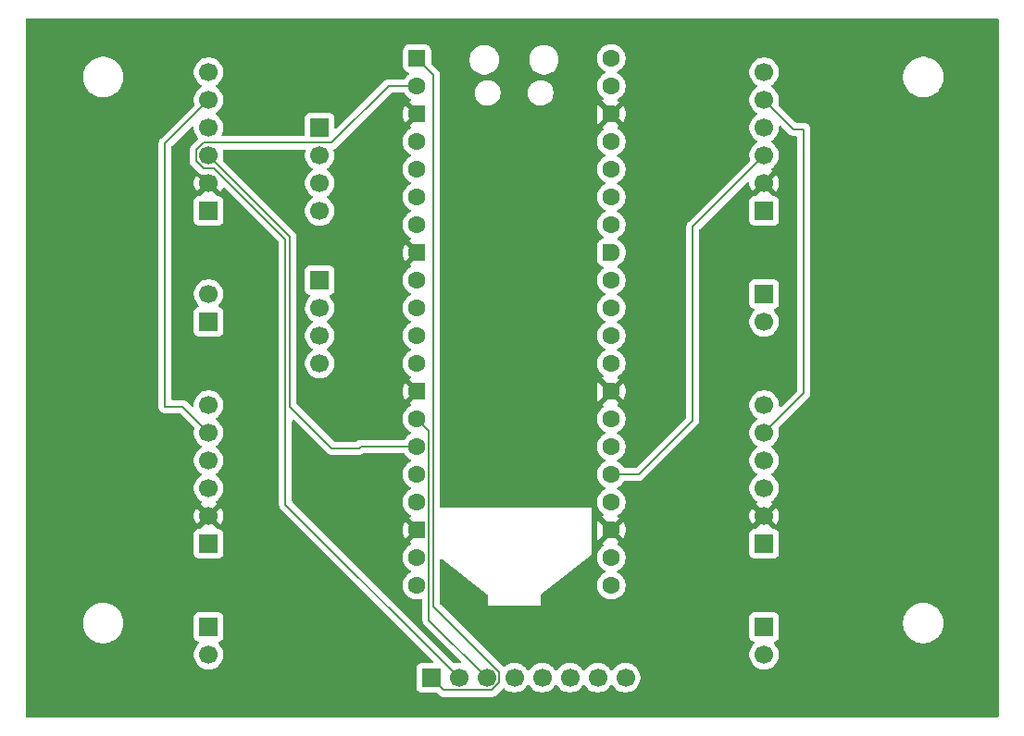
<source format=gbr>
%TF.GenerationSoftware,KiCad,Pcbnew,9.0.2*%
%TF.CreationDate,2025-07-04T23:02:28+10:00*%
%TF.ProjectId,motor-controller-pcb,6d6f746f-722d-4636-9f6e-74726f6c6c65,rev?*%
%TF.SameCoordinates,Original*%
%TF.FileFunction,Copper,L2,Bot*%
%TF.FilePolarity,Positive*%
%FSLAX46Y46*%
G04 Gerber Fmt 4.6, Leading zero omitted, Abs format (unit mm)*
G04 Created by KiCad (PCBNEW 9.0.2) date 2025-07-04 23:02:28*
%MOMM*%
%LPD*%
G01*
G04 APERTURE LIST*
G04 Aperture macros list*
%AMRoundRect*
0 Rectangle with rounded corners*
0 $1 Rounding radius*
0 $2 $3 $4 $5 $6 $7 $8 $9 X,Y pos of 4 corners*
0 Add a 4 corners polygon primitive as box body*
4,1,4,$2,$3,$4,$5,$6,$7,$8,$9,$2,$3,0*
0 Add four circle primitives for the rounded corners*
1,1,$1+$1,$2,$3*
1,1,$1+$1,$4,$5*
1,1,$1+$1,$6,$7*
1,1,$1+$1,$8,$9*
0 Add four rect primitives between the rounded corners*
20,1,$1+$1,$2,$3,$4,$5,0*
20,1,$1+$1,$4,$5,$6,$7,0*
20,1,$1+$1,$6,$7,$8,$9,0*
20,1,$1+$1,$8,$9,$2,$3,0*%
%AMFreePoly0*
4,1,37,0.603843,0.796157,0.639018,0.796157,0.711114,0.766294,0.766294,0.711114,0.796157,0.639018,0.796157,0.603843,0.800000,0.600000,0.800000,-0.600000,0.796157,-0.603843,0.796157,-0.639018,0.766294,-0.711114,0.711114,-0.766294,0.639018,-0.796157,0.603843,-0.796157,0.600000,-0.800000,0.000000,-0.800000,0.000000,-0.796148,-0.078414,-0.796148,-0.232228,-0.765552,-0.377117,-0.705537,
-0.507515,-0.618408,-0.618408,-0.507515,-0.705537,-0.377117,-0.765552,-0.232228,-0.796148,-0.078414,-0.796148,0.078414,-0.765552,0.232228,-0.705537,0.377117,-0.618408,0.507515,-0.507515,0.618408,-0.377117,0.705537,-0.232228,0.765552,-0.078414,0.796148,0.000000,0.796148,0.000000,0.800000,0.600000,0.800000,0.603843,0.796157,0.603843,0.796157,$1*%
%AMFreePoly1*
4,1,37,0.000000,0.796148,0.078414,0.796148,0.232228,0.765552,0.377117,0.705537,0.507515,0.618408,0.618408,0.507515,0.705537,0.377117,0.765552,0.232228,0.796148,0.078414,0.796148,-0.078414,0.765552,-0.232228,0.705537,-0.377117,0.618408,-0.507515,0.507515,-0.618408,0.377117,-0.705537,0.232228,-0.765552,0.078414,-0.796148,0.000000,-0.796148,0.000000,-0.800000,-0.600000,-0.800000,
-0.603843,-0.796157,-0.639018,-0.796157,-0.711114,-0.766294,-0.766294,-0.711114,-0.796157,-0.639018,-0.796157,-0.603843,-0.800000,-0.600000,-0.800000,0.600000,-0.796157,0.603843,-0.796157,0.639018,-0.766294,0.711114,-0.711114,0.766294,-0.639018,0.796157,-0.603843,0.796157,-0.600000,0.800000,0.000000,0.800000,0.000000,0.796148,0.000000,0.796148,$1*%
G04 Aperture macros list end*
%TA.AperFunction,ComponentPad*%
%ADD10R,1.700000X1.700000*%
%TD*%
%TA.AperFunction,ComponentPad*%
%ADD11C,1.700000*%
%TD*%
%TA.AperFunction,ComponentPad*%
%ADD12RoundRect,0.200000X-0.600000X-0.600000X0.600000X-0.600000X0.600000X0.600000X-0.600000X0.600000X0*%
%TD*%
%TA.AperFunction,ComponentPad*%
%ADD13C,1.600000*%
%TD*%
%TA.AperFunction,ComponentPad*%
%ADD14FreePoly0,0.000000*%
%TD*%
%TA.AperFunction,ComponentPad*%
%ADD15FreePoly1,0.000000*%
%TD*%
%TA.AperFunction,Conductor*%
%ADD16C,0.200000*%
%TD*%
G04 APERTURE END LIST*
D10*
%TO.P,J4,1,Pin_1*%
%TO.N,Net-(J4-Pin_1)*%
X175445000Y-102740000D03*
D11*
%TO.P,J4,2,Pin_2*%
%TO.N,GND*%
X175445000Y-100200000D03*
%TO.P,J4,3,Pin_3*%
%TO.N,/Encoder 4*%
X175445000Y-97660000D03*
%TO.P,J4,4,Pin_4*%
%TO.N,unconnected-(J4-Pin_4-Pad4)*%
X175445000Y-95120000D03*
%TO.P,J4,5,Pin_5*%
%TO.N,+5V*%
X175445000Y-92580000D03*
%TO.P,J4,6,Pin_6*%
%TO.N,Net-(J4-Pin_6)*%
X175445000Y-90040000D03*
%TD*%
D10*
%TO.P,J5,1,Pin_1*%
%TO.N,Net-(A1-GPIO2)*%
X134805000Y-64640000D03*
D11*
%TO.P,J5,2,Pin_2*%
%TO.N,Net-(A1-GPIO3)*%
X134805000Y-67180000D03*
%TO.P,J5,3,Pin_3*%
%TO.N,Net-(A1-GPIO4)*%
X134805000Y-69720000D03*
%TO.P,J5,4,Pin_4*%
%TO.N,Net-(A1-GPIO5)*%
X134805000Y-72260000D03*
%TD*%
D10*
%TO.P,M4,1,Pin_1*%
%TO.N,Net-(J4-Pin_6)*%
X175445000Y-110360000D03*
D11*
%TO.P,M4,2,Pin_2*%
%TO.N,Net-(J4-Pin_1)*%
X175445000Y-112900000D03*
%TD*%
D10*
%TO.P,J7,1,Pin_1*%
%TO.N,/GP0*%
X145000000Y-115000000D03*
D11*
%TO.P,J7,2,Pin_2*%
%TO.N,/GP1*%
X147540000Y-115000000D03*
%TO.P,J7,3,Pin_3*%
%TO.N,/GP10*%
X150080000Y-115000000D03*
%TO.P,J7,4,Pin_4*%
%TO.N,/GP12*%
X152620000Y-115000000D03*
%TO.P,J7,5,Pin_5*%
%TO.N,/GP14*%
X155160000Y-115000000D03*
%TO.P,J7,6,Pin_6*%
%TO.N,/GP15*%
X157700000Y-115000000D03*
%TO.P,J7,7,Pin_7*%
%TO.N,/GP16*%
X160240000Y-115000000D03*
%TO.P,J7,8,Pin_8*%
%TO.N,/GP17*%
X162780000Y-115000000D03*
%TD*%
D10*
%TO.P,M1,1,Pin_1*%
%TO.N,Net-(J1-Pin_6)*%
X124645000Y-82420000D03*
D11*
%TO.P,M1,2,Pin_2*%
%TO.N,Net-(J1-Pin_1)*%
X124645000Y-79880000D03*
%TD*%
D10*
%TO.P,J3,1,Pin_1*%
%TO.N,Net-(J3-Pin_1)*%
X124645000Y-102740000D03*
D11*
%TO.P,J3,2,Pin_2*%
%TO.N,GND*%
X124645000Y-100200000D03*
%TO.P,J3,3,Pin_3*%
%TO.N,/Encoder 3*%
X124645000Y-97660000D03*
%TO.P,J3,4,Pin_4*%
%TO.N,unconnected-(J3-Pin_4-Pad4)*%
X124645000Y-95120000D03*
%TO.P,J3,5,Pin_5*%
%TO.N,+5V*%
X124645000Y-92580000D03*
%TO.P,J3,6,Pin_6*%
%TO.N,Net-(J3-Pin_6)*%
X124645000Y-90040000D03*
%TD*%
D10*
%TO.P,J2,1,Pin_1*%
%TO.N,Net-(J2-Pin_1)*%
X175445000Y-72260000D03*
D11*
%TO.P,J2,2,Pin_2*%
%TO.N,GND*%
X175445000Y-69720000D03*
%TO.P,J2,3,Pin_3*%
%TO.N,/Encoder 2*%
X175445000Y-67180000D03*
%TO.P,J2,4,Pin_4*%
%TO.N,unconnected-(J2-Pin_4-Pad4)*%
X175445000Y-64640000D03*
%TO.P,J2,5,Pin_5*%
%TO.N,+5V*%
X175445000Y-62100000D03*
%TO.P,J2,6,Pin_6*%
%TO.N,Net-(J2-Pin_6)*%
X175445000Y-59560000D03*
%TD*%
D10*
%TO.P,M3,1,Pin_1*%
%TO.N,Net-(J3-Pin_6)*%
X124645000Y-110360000D03*
D11*
%TO.P,M3,2,Pin_2*%
%TO.N,Net-(J3-Pin_1)*%
X124645000Y-112900000D03*
%TD*%
D12*
%TO.P,A1,1,GPIO0*%
%TO.N,/GP0*%
X143695000Y-58290000D03*
D13*
%TO.P,A1,2,GPIO1*%
%TO.N,/GP1*%
X143695000Y-60830000D03*
D14*
%TO.P,A1,3,GND*%
%TO.N,GND*%
X143695000Y-63370000D03*
D13*
%TO.P,A1,4,GPIO2*%
%TO.N,Net-(A1-GPIO2)*%
X143695000Y-65910000D03*
%TO.P,A1,5,GPIO3*%
%TO.N,Net-(A1-GPIO3)*%
X143695000Y-68450000D03*
%TO.P,A1,6,GPIO4*%
%TO.N,Net-(A1-GPIO4)*%
X143695000Y-70990000D03*
%TO.P,A1,7,GPIO5*%
%TO.N,Net-(A1-GPIO5)*%
X143695000Y-73530000D03*
D14*
%TO.P,A1,8,GND*%
%TO.N,GND*%
X143695000Y-76070000D03*
D13*
%TO.P,A1,9,GPIO6*%
%TO.N,Net-(A1-GPIO6)*%
X143695000Y-78610000D03*
%TO.P,A1,10,GPIO7*%
%TO.N,Net-(A1-GPIO7)*%
X143695000Y-81150000D03*
%TO.P,A1,11,GPIO8*%
%TO.N,Net-(A1-GPIO8)*%
X143695000Y-83690000D03*
%TO.P,A1,12,GPIO9*%
%TO.N,Net-(A1-GPIO9)*%
X143695000Y-86230000D03*
D14*
%TO.P,A1,13,GND*%
%TO.N,GND*%
X143695000Y-88770000D03*
D13*
%TO.P,A1,14,GPIO10*%
%TO.N,/GP10*%
X143695000Y-91310000D03*
%TO.P,A1,15,GPIO11*%
%TO.N,/Encoder 1*%
X143695000Y-93850000D03*
%TO.P,A1,16,GPIO12*%
%TO.N,/GP12*%
X143695000Y-96390000D03*
%TO.P,A1,17,GPIO13*%
%TO.N,/Encoder 3*%
X143695000Y-98930000D03*
D14*
%TO.P,A1,18,GND*%
%TO.N,GND*%
X143695000Y-101470000D03*
D13*
%TO.P,A1,19,GPIO14*%
%TO.N,/GP14*%
X143695000Y-104010000D03*
%TO.P,A1,20,GPIO15*%
%TO.N,/GP15*%
X143695000Y-106550000D03*
%TO.P,A1,21,GPIO16*%
%TO.N,/GP16*%
X161475000Y-106550000D03*
%TO.P,A1,22,GPIO17*%
%TO.N,/GP17*%
X161475000Y-104010000D03*
D15*
%TO.P,A1,23,GND*%
%TO.N,GND*%
X161475000Y-101470000D03*
D13*
%TO.P,A1,24,GPIO18*%
%TO.N,unconnected-(A1-GPIO18-Pad24)*%
X161475000Y-98930000D03*
%TO.P,A1,25,GPIO19*%
%TO.N,/Encoder 2*%
X161475000Y-96390000D03*
%TO.P,A1,26,GPIO20*%
%TO.N,unconnected-(A1-GPIO20-Pad26)_1*%
X161475000Y-93850000D03*
%TO.P,A1,27,GPIO21*%
%TO.N,/Encoder 4*%
X161475000Y-91310000D03*
D15*
%TO.P,A1,28,GND*%
%TO.N,GND*%
X161475000Y-88770000D03*
D13*
%TO.P,A1,29,GPIO22*%
%TO.N,unconnected-(A1-GPIO22-Pad29)_1*%
X161475000Y-86230000D03*
%TO.P,A1,30,RUN*%
%TO.N,unconnected-(A1-RUN-Pad30)*%
X161475000Y-83690000D03*
%TO.P,A1,31,GPIO26_ADC0*%
%TO.N,unconnected-(A1-GPIO26_ADC0-Pad31)_1*%
X161475000Y-81150000D03*
%TO.P,A1,32,GPIO27_ADC1*%
%TO.N,unconnected-(A1-GPIO27_ADC1-Pad32)*%
X161475000Y-78610000D03*
D15*
%TO.P,A1,33,AGND*%
%TO.N,unconnected-(A1-AGND-Pad33)*%
X161475000Y-76070000D03*
D13*
%TO.P,A1,34,GPIO28_ADC2*%
%TO.N,unconnected-(A1-GPIO28_ADC2-Pad34)_1*%
X161475000Y-73530000D03*
%TO.P,A1,35,ADC_VREF*%
%TO.N,unconnected-(A1-ADC_VREF-Pad35)*%
X161475000Y-70990000D03*
%TO.P,A1,36,3V3*%
%TO.N,unconnected-(A1-3V3-Pad36)*%
X161475000Y-68450000D03*
%TO.P,A1,37,3V3_EN*%
%TO.N,unconnected-(A1-3V3_EN-Pad37)*%
X161475000Y-65910000D03*
D15*
%TO.P,A1,38,GND*%
%TO.N,GND*%
X161475000Y-63370000D03*
D13*
%TO.P,A1,39,VSYS*%
%TO.N,unconnected-(A1-VSYS-Pad39)*%
X161475000Y-60830000D03*
%TO.P,A1,40,VBUS*%
%TO.N,+5V*%
X161475000Y-58290000D03*
%TD*%
D10*
%TO.P,M2,1,Pin_1*%
%TO.N,Net-(J2-Pin_6)*%
X175445000Y-79880000D03*
D11*
%TO.P,M2,2,Pin_2*%
%TO.N,Net-(J2-Pin_1)*%
X175445000Y-82420000D03*
%TD*%
D10*
%TO.P,J1,1,Pin_1*%
%TO.N,Net-(J1-Pin_1)*%
X124645000Y-72260000D03*
D11*
%TO.P,J1,2,Pin_2*%
%TO.N,GND*%
X124645000Y-69720000D03*
%TO.P,J1,3,Pin_3*%
%TO.N,/Encoder 1*%
X124645000Y-67180000D03*
%TO.P,J1,4,Pin_4*%
%TO.N,unconnected-(J1-Pin_4-Pad4)*%
X124645000Y-64640000D03*
%TO.P,J1,5,Pin_5*%
%TO.N,+5V*%
X124645000Y-62100000D03*
%TO.P,J1,6,Pin_6*%
%TO.N,Net-(J1-Pin_6)*%
X124645000Y-59560000D03*
%TD*%
D10*
%TO.P,J6,1,Pin_1*%
%TO.N,Net-(A1-GPIO6)*%
X134805000Y-78610000D03*
D11*
%TO.P,J6,2,Pin_2*%
%TO.N,Net-(A1-GPIO7)*%
X134805000Y-81150000D03*
%TO.P,J6,3,Pin_3*%
%TO.N,Net-(A1-GPIO8)*%
X134805000Y-83690000D03*
%TO.P,J6,4,Pin_4*%
%TO.N,Net-(A1-GPIO9)*%
X134805000Y-86230000D03*
%TD*%
D16*
%TO.N,/GP0*%
X151231000Y-115476760D02*
X151231000Y-114523240D01*
X150556760Y-116151000D02*
X151231000Y-115476760D01*
X145202000Y-108494240D02*
X145202000Y-59797000D01*
X145000000Y-115000000D02*
X146151000Y-116151000D01*
X146151000Y-116151000D02*
X150556760Y-116151000D01*
X145202000Y-59797000D02*
X143695000Y-58290000D01*
X151231000Y-114523240D02*
X145202000Y-108494240D01*
%TO.N,/Encoder 2*%
X175445000Y-67180000D02*
X168910000Y-73715000D01*
X168910000Y-73715000D02*
X168910000Y-91440000D01*
X163960000Y-96390000D02*
X161475000Y-96390000D01*
X168910000Y-91440000D02*
X163960000Y-96390000D01*
%TO.N,+5V*%
X175445000Y-92580000D02*
X179070000Y-88955000D01*
X179070000Y-64770000D02*
X178115000Y-64770000D01*
X122235000Y-90170000D02*
X124645000Y-92580000D01*
X120650000Y-66095000D02*
X120650000Y-90170000D01*
X124645000Y-62100000D02*
X120650000Y-66095000D01*
X178115000Y-64770000D02*
X175445000Y-62100000D01*
X120650000Y-90170000D02*
X122235000Y-90170000D01*
X179070000Y-88955000D02*
X179070000Y-64770000D01*
%TO.N,/GP10*%
X144801000Y-109721000D02*
X144801000Y-92416000D01*
X144801000Y-92416000D02*
X143695000Y-91310000D01*
X150080000Y-115000000D02*
X144801000Y-109721000D01*
X150080000Y-115000000D02*
X150000000Y-115000000D01*
%TO.N,/Encoder 1*%
X132080000Y-74615000D02*
X132080000Y-90170000D01*
X124645000Y-67180000D02*
X132080000Y-74615000D01*
X132080000Y-90170000D02*
X135890000Y-93980000D01*
X138430000Y-93980000D02*
X138560000Y-93850000D01*
X135890000Y-93980000D02*
X138430000Y-93980000D01*
X138560000Y-93850000D02*
X143695000Y-93850000D01*
%TO.N,/GP1*%
X147540000Y-115000000D02*
X131679000Y-99139000D01*
X124168240Y-66029000D02*
X135901000Y-66029000D01*
X131679000Y-99139000D02*
X131679000Y-74888240D01*
X123494000Y-66703240D02*
X124168240Y-66029000D01*
X141100000Y-60830000D02*
X143695000Y-60830000D01*
X135901000Y-66029000D02*
X141100000Y-60830000D01*
X123494000Y-67656760D02*
X123494000Y-66703240D01*
X124168240Y-68331000D02*
X123494000Y-67656760D01*
X125121760Y-68331000D02*
X124168240Y-68331000D01*
X131679000Y-74888240D02*
X125121760Y-68331000D01*
%TD*%
%TA.AperFunction,Conductor*%
%TO.N,GND*%
G36*
X132484703Y-91424384D02*
G01*
X132491180Y-91430415D01*
X135521284Y-94460520D01*
X135521286Y-94460521D01*
X135521290Y-94460524D01*
X135658209Y-94539573D01*
X135658212Y-94539575D01*
X135658216Y-94539577D01*
X135810943Y-94580501D01*
X135810945Y-94580501D01*
X135976654Y-94580501D01*
X135976670Y-94580500D01*
X138343331Y-94580500D01*
X138343347Y-94580501D01*
X138350943Y-94580501D01*
X138509054Y-94580501D01*
X138509057Y-94580501D01*
X138661785Y-94539577D01*
X138751496Y-94487782D01*
X138787302Y-94467109D01*
X138787348Y-94467098D01*
X138849297Y-94450500D01*
X142465398Y-94450500D01*
X142532437Y-94470185D01*
X142575883Y-94518205D01*
X142582715Y-94531614D01*
X142703028Y-94697213D01*
X142847786Y-94841971D01*
X143002749Y-94954556D01*
X143013390Y-94962287D01*
X143104840Y-95008883D01*
X143106080Y-95009515D01*
X143156876Y-95057490D01*
X143173671Y-95125311D01*
X143151134Y-95191446D01*
X143106080Y-95230485D01*
X143013386Y-95277715D01*
X142847786Y-95398028D01*
X142703028Y-95542786D01*
X142582715Y-95708386D01*
X142489781Y-95890776D01*
X142426522Y-96085465D01*
X142394500Y-96287648D01*
X142394500Y-96492351D01*
X142426522Y-96694534D01*
X142489781Y-96889223D01*
X142582715Y-97071613D01*
X142703028Y-97237213D01*
X142847786Y-97381971D01*
X143002749Y-97494556D01*
X143013390Y-97502287D01*
X143104840Y-97548883D01*
X143106080Y-97549515D01*
X143156876Y-97597490D01*
X143173671Y-97665311D01*
X143151134Y-97731446D01*
X143106080Y-97770485D01*
X143013386Y-97817715D01*
X142847786Y-97938028D01*
X142703028Y-98082786D01*
X142582715Y-98248386D01*
X142489781Y-98430776D01*
X142426522Y-98625465D01*
X142396495Y-98815051D01*
X142394500Y-98827648D01*
X142394500Y-99032352D01*
X142397664Y-99052330D01*
X142426522Y-99234534D01*
X142489781Y-99429223D01*
X142582715Y-99611613D01*
X142703028Y-99777213D01*
X142847786Y-99921971D01*
X143013388Y-100042286D01*
X143013390Y-100042287D01*
X143099294Y-100086057D01*
X143150090Y-100134031D01*
X143166886Y-100201852D01*
X143144349Y-100267987D01*
X143101455Y-100305899D01*
X143035497Y-100341155D01*
X142966086Y-100387534D01*
X142966085Y-100387534D01*
X143565588Y-100987037D01*
X143502007Y-101004075D01*
X143387993Y-101069901D01*
X143294901Y-101162993D01*
X143229075Y-101277007D01*
X143212037Y-101340588D01*
X142612534Y-100741085D01*
X142612534Y-100741086D01*
X142566158Y-100810493D01*
X142519490Y-100897801D01*
X142459185Y-101043387D01*
X142430444Y-101138135D01*
X142399701Y-101292697D01*
X142399701Y-101292700D01*
X142390000Y-101391210D01*
X142390000Y-101548789D01*
X142399701Y-101647299D01*
X142399701Y-101647302D01*
X142430444Y-101801864D01*
X142459185Y-101896612D01*
X142519490Y-102042198D01*
X142566155Y-102129501D01*
X142566161Y-102129511D01*
X142612534Y-102198912D01*
X143212037Y-101599410D01*
X143229075Y-101662993D01*
X143294901Y-101777007D01*
X143387993Y-101870099D01*
X143502007Y-101935925D01*
X143565588Y-101952961D01*
X142966085Y-102552465D01*
X143035488Y-102598838D01*
X143035498Y-102598844D01*
X143101454Y-102634099D01*
X143151298Y-102683062D01*
X143166758Y-102751200D01*
X143142926Y-102816879D01*
X143099295Y-102853942D01*
X143013386Y-102897715D01*
X142847786Y-103018028D01*
X142703028Y-103162786D01*
X142582715Y-103328386D01*
X142489781Y-103510776D01*
X142426522Y-103705465D01*
X142394500Y-103907648D01*
X142394500Y-104112351D01*
X142426522Y-104314534D01*
X142489781Y-104509223D01*
X142582715Y-104691613D01*
X142703028Y-104857213D01*
X142847786Y-105001971D01*
X143002749Y-105114556D01*
X143013390Y-105122287D01*
X143104840Y-105168883D01*
X143106080Y-105169515D01*
X143156876Y-105217490D01*
X143173671Y-105285311D01*
X143151134Y-105351446D01*
X143106080Y-105390485D01*
X143013386Y-105437715D01*
X142847786Y-105558028D01*
X142703028Y-105702786D01*
X142582715Y-105868386D01*
X142489781Y-106050776D01*
X142426522Y-106245465D01*
X142394500Y-106447648D01*
X142394500Y-106652351D01*
X142426522Y-106854534D01*
X142489781Y-107049223D01*
X142582715Y-107231613D01*
X142703028Y-107397213D01*
X142847786Y-107541971D01*
X143002749Y-107654556D01*
X143013390Y-107662287D01*
X143129607Y-107721503D01*
X143195776Y-107755218D01*
X143195778Y-107755218D01*
X143195781Y-107755220D01*
X143300137Y-107789127D01*
X143390465Y-107818477D01*
X143491557Y-107834488D01*
X143592648Y-107850500D01*
X143592649Y-107850500D01*
X143797351Y-107850500D01*
X143797352Y-107850500D01*
X143999534Y-107818477D01*
X143999537Y-107818476D01*
X143999538Y-107818476D01*
X144038182Y-107805920D01*
X144108023Y-107803925D01*
X144167856Y-107840005D01*
X144198684Y-107902706D01*
X144200500Y-107923851D01*
X144200500Y-109634330D01*
X144200499Y-109634348D01*
X144200499Y-109800054D01*
X144200498Y-109800054D01*
X144241423Y-109952785D01*
X144270358Y-110002900D01*
X144270359Y-110002904D01*
X144270360Y-110002904D01*
X144320479Y-110089714D01*
X144320481Y-110089717D01*
X144439349Y-110208585D01*
X144439355Y-110208590D01*
X147668584Y-113437819D01*
X147702069Y-113499142D01*
X147697085Y-113568834D01*
X147655213Y-113624767D01*
X147589749Y-113649184D01*
X147580903Y-113649500D01*
X147433713Y-113649500D01*
X147405006Y-113654046D01*
X147223757Y-113682753D01*
X147181473Y-113696492D01*
X147111632Y-113698486D01*
X147055476Y-113666241D01*
X132315819Y-98926584D01*
X132282334Y-98865261D01*
X132279500Y-98838903D01*
X132279500Y-91518097D01*
X132299185Y-91451058D01*
X132351989Y-91405303D01*
X132421147Y-91395359D01*
X132484703Y-91424384D01*
G37*
%TD.AperFunction*%
%TA.AperFunction,Conductor*%
G36*
X142480000Y-61434787D02*
G01*
X142495206Y-61434136D01*
X142512843Y-61444431D01*
X142532437Y-61450185D01*
X142543335Y-61462230D01*
X142555547Y-61469359D01*
X142575883Y-61498205D01*
X142582715Y-61511614D01*
X142703028Y-61677213D01*
X142847786Y-61821971D01*
X143013388Y-61942286D01*
X143013390Y-61942287D01*
X143099294Y-61986057D01*
X143150090Y-62034031D01*
X143166886Y-62101852D01*
X143144349Y-62167987D01*
X143101455Y-62205899D01*
X143035497Y-62241155D01*
X142966086Y-62287534D01*
X142966085Y-62287534D01*
X143565588Y-62887037D01*
X143502007Y-62904075D01*
X143387993Y-62969901D01*
X143294901Y-63062993D01*
X143229075Y-63177007D01*
X143212037Y-63240588D01*
X142612534Y-62641085D01*
X142612534Y-62641086D01*
X142566158Y-62710493D01*
X142519490Y-62797801D01*
X142459185Y-62943387D01*
X142430444Y-63038135D01*
X142399701Y-63192697D01*
X142399701Y-63192700D01*
X142390000Y-63291210D01*
X142390000Y-63448789D01*
X142399701Y-63547299D01*
X142399701Y-63547302D01*
X142430444Y-63701864D01*
X142459185Y-63796612D01*
X142519490Y-63942198D01*
X142566155Y-64029501D01*
X142566161Y-64029511D01*
X142612534Y-64098912D01*
X143212037Y-63499410D01*
X143229075Y-63562993D01*
X143294901Y-63677007D01*
X143387993Y-63770099D01*
X143502007Y-63835925D01*
X143565588Y-63852961D01*
X142966085Y-64452465D01*
X143035488Y-64498838D01*
X143035498Y-64498844D01*
X143101454Y-64534099D01*
X143151298Y-64583062D01*
X143166758Y-64651200D01*
X143142926Y-64716879D01*
X143099295Y-64753942D01*
X143013386Y-64797715D01*
X142847786Y-64918028D01*
X142703028Y-65062786D01*
X142582715Y-65228386D01*
X142489781Y-65410776D01*
X142426522Y-65605465D01*
X142394500Y-65807648D01*
X142394500Y-66012351D01*
X142426522Y-66214534D01*
X142489781Y-66409223D01*
X142521862Y-66472184D01*
X142566424Y-66559642D01*
X142582715Y-66591613D01*
X142703028Y-66757213D01*
X142847786Y-66901971D01*
X143002749Y-67014556D01*
X143013390Y-67022287D01*
X143104840Y-67068883D01*
X143106080Y-67069515D01*
X143156876Y-67117490D01*
X143173671Y-67185311D01*
X143151134Y-67251446D01*
X143106080Y-67290485D01*
X143013386Y-67337715D01*
X142847786Y-67458028D01*
X142703028Y-67602786D01*
X142582715Y-67768386D01*
X142489781Y-67950776D01*
X142426522Y-68145465D01*
X142394500Y-68347648D01*
X142394500Y-68552351D01*
X142426522Y-68754534D01*
X142489781Y-68949223D01*
X142582715Y-69131613D01*
X142703028Y-69297213D01*
X142847786Y-69441971D01*
X142987150Y-69543223D01*
X143013390Y-69562287D01*
X143069574Y-69590914D01*
X143106080Y-69609515D01*
X143156876Y-69657490D01*
X143173671Y-69725311D01*
X143151134Y-69791446D01*
X143106080Y-69830485D01*
X143013386Y-69877715D01*
X142847786Y-69998028D01*
X142703028Y-70142786D01*
X142582715Y-70308386D01*
X142489781Y-70490776D01*
X142426522Y-70685465D01*
X142394500Y-70887648D01*
X142394500Y-71092351D01*
X142426522Y-71294534D01*
X142489781Y-71489223D01*
X142582715Y-71671613D01*
X142703028Y-71837213D01*
X142847786Y-71981971D01*
X143002749Y-72094556D01*
X143013390Y-72102287D01*
X143104840Y-72148883D01*
X143106080Y-72149515D01*
X143156876Y-72197490D01*
X143173671Y-72265311D01*
X143151134Y-72331446D01*
X143106080Y-72370485D01*
X143013386Y-72417715D01*
X142847786Y-72538028D01*
X142703028Y-72682786D01*
X142582715Y-72848386D01*
X142489781Y-73030776D01*
X142426522Y-73225465D01*
X142394500Y-73427648D01*
X142394500Y-73632351D01*
X142426522Y-73834534D01*
X142489781Y-74029223D01*
X142582715Y-74211613D01*
X142703028Y-74377213D01*
X142847786Y-74521971D01*
X143013388Y-74642286D01*
X143013390Y-74642287D01*
X143099294Y-74686057D01*
X143150090Y-74734031D01*
X143166886Y-74801852D01*
X143144349Y-74867987D01*
X143101455Y-74905899D01*
X143035497Y-74941155D01*
X142966086Y-74987534D01*
X142966085Y-74987534D01*
X143565588Y-75587037D01*
X143502007Y-75604075D01*
X143387993Y-75669901D01*
X143294901Y-75762993D01*
X143229075Y-75877007D01*
X143212037Y-75940588D01*
X142612534Y-75341085D01*
X142612534Y-75341086D01*
X142566158Y-75410493D01*
X142519490Y-75497801D01*
X142459185Y-75643387D01*
X142430444Y-75738135D01*
X142399701Y-75892697D01*
X142399701Y-75892700D01*
X142390000Y-75991210D01*
X142390000Y-76148789D01*
X142399701Y-76247299D01*
X142399701Y-76247302D01*
X142430444Y-76401864D01*
X142459185Y-76496612D01*
X142519490Y-76642198D01*
X142566155Y-76729501D01*
X142566161Y-76729511D01*
X142612534Y-76798912D01*
X143212037Y-76199410D01*
X143229075Y-76262993D01*
X143294901Y-76377007D01*
X143387993Y-76470099D01*
X143502007Y-76535925D01*
X143565588Y-76552961D01*
X142966085Y-77152465D01*
X143035488Y-77198838D01*
X143035498Y-77198844D01*
X143101454Y-77234099D01*
X143151298Y-77283062D01*
X143166758Y-77351200D01*
X143142926Y-77416879D01*
X143099295Y-77453942D01*
X143013386Y-77497715D01*
X142847786Y-77618028D01*
X142703028Y-77762786D01*
X142582715Y-77928386D01*
X142489781Y-78110776D01*
X142426522Y-78305465D01*
X142394500Y-78507648D01*
X142394500Y-78712351D01*
X142426522Y-78914534D01*
X142489781Y-79109223D01*
X142582715Y-79291613D01*
X142703028Y-79457213D01*
X142847786Y-79601971D01*
X142985928Y-79702335D01*
X143013390Y-79722287D01*
X143104840Y-79768883D01*
X143106080Y-79769515D01*
X143156876Y-79817490D01*
X143173671Y-79885311D01*
X143151134Y-79951446D01*
X143106080Y-79990485D01*
X143013386Y-80037715D01*
X142847786Y-80158028D01*
X142703028Y-80302786D01*
X142582715Y-80468386D01*
X142489781Y-80650776D01*
X142426522Y-80845465D01*
X142394500Y-81047648D01*
X142394500Y-81252351D01*
X142426522Y-81454534D01*
X142489781Y-81649223D01*
X142582715Y-81831613D01*
X142703028Y-81997213D01*
X142847786Y-82141971D01*
X143002749Y-82254556D01*
X143013390Y-82262287D01*
X143097313Y-82305048D01*
X143106080Y-82309515D01*
X143156876Y-82357490D01*
X143173671Y-82425311D01*
X143151134Y-82491446D01*
X143106080Y-82530485D01*
X143013386Y-82577715D01*
X142847786Y-82698028D01*
X142703028Y-82842786D01*
X142582715Y-83008386D01*
X142489781Y-83190776D01*
X142426522Y-83385465D01*
X142394500Y-83587648D01*
X142394500Y-83792351D01*
X142426522Y-83994534D01*
X142489781Y-84189223D01*
X142582715Y-84371613D01*
X142703028Y-84537213D01*
X142847786Y-84681971D01*
X143002749Y-84794556D01*
X143013390Y-84802287D01*
X143097313Y-84845048D01*
X143106080Y-84849515D01*
X143156876Y-84897490D01*
X143173671Y-84965311D01*
X143151134Y-85031446D01*
X143106080Y-85070485D01*
X143013386Y-85117715D01*
X142847786Y-85238028D01*
X142703028Y-85382786D01*
X142582715Y-85548386D01*
X142489781Y-85730776D01*
X142426522Y-85925465D01*
X142394500Y-86127648D01*
X142394500Y-86332351D01*
X142426522Y-86534534D01*
X142489781Y-86729223D01*
X142582715Y-86911613D01*
X142703028Y-87077213D01*
X142847786Y-87221971D01*
X143013388Y-87342286D01*
X143013390Y-87342287D01*
X143099294Y-87386057D01*
X143150090Y-87434031D01*
X143166886Y-87501852D01*
X143144349Y-87567987D01*
X143101455Y-87605899D01*
X143035497Y-87641155D01*
X142966086Y-87687534D01*
X142966085Y-87687534D01*
X143565588Y-88287037D01*
X143502007Y-88304075D01*
X143387993Y-88369901D01*
X143294901Y-88462993D01*
X143229075Y-88577007D01*
X143212037Y-88640588D01*
X142612534Y-88041085D01*
X142612534Y-88041086D01*
X142566158Y-88110493D01*
X142519490Y-88197801D01*
X142459185Y-88343387D01*
X142430444Y-88438135D01*
X142399701Y-88592697D01*
X142399701Y-88592700D01*
X142390000Y-88691210D01*
X142390000Y-88848789D01*
X142399701Y-88947299D01*
X142399701Y-88947302D01*
X142430444Y-89101864D01*
X142459185Y-89196612D01*
X142519490Y-89342198D01*
X142566155Y-89429501D01*
X142566161Y-89429511D01*
X142612534Y-89498912D01*
X143212037Y-88899410D01*
X143229075Y-88962993D01*
X143294901Y-89077007D01*
X143387993Y-89170099D01*
X143502007Y-89235925D01*
X143565588Y-89252961D01*
X142966085Y-89852465D01*
X143035488Y-89898838D01*
X143035498Y-89898844D01*
X143101454Y-89934099D01*
X143151298Y-89983062D01*
X143166758Y-90051200D01*
X143142926Y-90116879D01*
X143099295Y-90153942D01*
X143013386Y-90197715D01*
X142847786Y-90318028D01*
X142703028Y-90462786D01*
X142582715Y-90628386D01*
X142489781Y-90810776D01*
X142426522Y-91005465D01*
X142394500Y-91207648D01*
X142394500Y-91412351D01*
X142426522Y-91614534D01*
X142489781Y-91809223D01*
X142582715Y-91991613D01*
X142703028Y-92157213D01*
X142847786Y-92301971D01*
X143002749Y-92414556D01*
X143013390Y-92422287D01*
X143104840Y-92468883D01*
X143106080Y-92469515D01*
X143156876Y-92517490D01*
X143173671Y-92585311D01*
X143151134Y-92651446D01*
X143106080Y-92690485D01*
X143013386Y-92737715D01*
X142847786Y-92858028D01*
X142703028Y-93002786D01*
X142582715Y-93168385D01*
X142575883Y-93181795D01*
X142527909Y-93232591D01*
X142465398Y-93249500D01*
X138646670Y-93249500D01*
X138646654Y-93249499D01*
X138639058Y-93249499D01*
X138480943Y-93249499D01*
X138404579Y-93269961D01*
X138328214Y-93290423D01*
X138328209Y-93290426D01*
X138202702Y-93362887D01*
X138140703Y-93379500D01*
X136190098Y-93379500D01*
X136123059Y-93359815D01*
X136102417Y-93343181D01*
X132716819Y-89957583D01*
X132683334Y-89896260D01*
X132680500Y-89869902D01*
X132680500Y-77712135D01*
X133454500Y-77712135D01*
X133454500Y-79507870D01*
X133454501Y-79507876D01*
X133460908Y-79567483D01*
X133511202Y-79702328D01*
X133511206Y-79702335D01*
X133597452Y-79817544D01*
X133597455Y-79817547D01*
X133712664Y-79903793D01*
X133712671Y-79903797D01*
X133844082Y-79952810D01*
X133900016Y-79994681D01*
X133924433Y-80060145D01*
X133909582Y-80128418D01*
X133888431Y-80156673D01*
X133774889Y-80270215D01*
X133649951Y-80442179D01*
X133553444Y-80631585D01*
X133487753Y-80833760D01*
X133471774Y-80934649D01*
X133454500Y-81043713D01*
X133454500Y-81256287D01*
X133455872Y-81264949D01*
X133487163Y-81462517D01*
X133487754Y-81466243D01*
X133511788Y-81540213D01*
X133553444Y-81668414D01*
X133649951Y-81857820D01*
X133774890Y-82029786D01*
X133925213Y-82180109D01*
X134097182Y-82305050D01*
X134105946Y-82309516D01*
X134156742Y-82357491D01*
X134173536Y-82425312D01*
X134150998Y-82491447D01*
X134105946Y-82530484D01*
X134097182Y-82534949D01*
X133925213Y-82659890D01*
X133774890Y-82810213D01*
X133649951Y-82982179D01*
X133553444Y-83171585D01*
X133487753Y-83373760D01*
X133454500Y-83583713D01*
X133454500Y-83796286D01*
X133487753Y-84006239D01*
X133553444Y-84208414D01*
X133649951Y-84397820D01*
X133774890Y-84569786D01*
X133925213Y-84720109D01*
X134097182Y-84845050D01*
X134105946Y-84849516D01*
X134156742Y-84897491D01*
X134173536Y-84965312D01*
X134150998Y-85031447D01*
X134105946Y-85070484D01*
X134097182Y-85074949D01*
X133925213Y-85199890D01*
X133774890Y-85350213D01*
X133649951Y-85522179D01*
X133553444Y-85711585D01*
X133487753Y-85913760D01*
X133454500Y-86123713D01*
X133454500Y-86336286D01*
X133487753Y-86546239D01*
X133553444Y-86748414D01*
X133649951Y-86937820D01*
X133774890Y-87109786D01*
X133925213Y-87260109D01*
X134097179Y-87385048D01*
X134097181Y-87385049D01*
X134097184Y-87385051D01*
X134286588Y-87481557D01*
X134488757Y-87547246D01*
X134698713Y-87580500D01*
X134698714Y-87580500D01*
X134911286Y-87580500D01*
X134911287Y-87580500D01*
X135121243Y-87547246D01*
X135323412Y-87481557D01*
X135512816Y-87385051D01*
X135571676Y-87342287D01*
X135684786Y-87260109D01*
X135684788Y-87260106D01*
X135684792Y-87260104D01*
X135835104Y-87109792D01*
X135835106Y-87109788D01*
X135835109Y-87109786D01*
X135960048Y-86937820D01*
X135960047Y-86937820D01*
X135960051Y-86937816D01*
X136056557Y-86748412D01*
X136122246Y-86546243D01*
X136155500Y-86336287D01*
X136155500Y-86123713D01*
X136122246Y-85913757D01*
X136056557Y-85711588D01*
X135960051Y-85522184D01*
X135960049Y-85522181D01*
X135960048Y-85522179D01*
X135835109Y-85350213D01*
X135684786Y-85199890D01*
X135512820Y-85074951D01*
X135512115Y-85074591D01*
X135504054Y-85070485D01*
X135453259Y-85022512D01*
X135436463Y-84954692D01*
X135458999Y-84888556D01*
X135504054Y-84849515D01*
X135512816Y-84845051D01*
X135571680Y-84802284D01*
X135684786Y-84720109D01*
X135684788Y-84720106D01*
X135684792Y-84720104D01*
X135835104Y-84569792D01*
X135835106Y-84569788D01*
X135835109Y-84569786D01*
X135960048Y-84397820D01*
X135960047Y-84397820D01*
X135960051Y-84397816D01*
X136056557Y-84208412D01*
X136122246Y-84006243D01*
X136155500Y-83796287D01*
X136155500Y-83583713D01*
X136122246Y-83373757D01*
X136056557Y-83171588D01*
X135960051Y-82982184D01*
X135960049Y-82982181D01*
X135960048Y-82982179D01*
X135835109Y-82810213D01*
X135684786Y-82659890D01*
X135512820Y-82534951D01*
X135512115Y-82534591D01*
X135504054Y-82530485D01*
X135453259Y-82482512D01*
X135436463Y-82414692D01*
X135458999Y-82348556D01*
X135504054Y-82309515D01*
X135512816Y-82305051D01*
X135571680Y-82262284D01*
X135684786Y-82180109D01*
X135684788Y-82180106D01*
X135684792Y-82180104D01*
X135835104Y-82029792D01*
X135835106Y-82029788D01*
X135835109Y-82029786D01*
X135960048Y-81857820D01*
X135960047Y-81857820D01*
X135960051Y-81857816D01*
X136056557Y-81668412D01*
X136122246Y-81466243D01*
X136155500Y-81256287D01*
X136155500Y-81043713D01*
X136122246Y-80833757D01*
X136056557Y-80631588D01*
X135960051Y-80442184D01*
X135960049Y-80442181D01*
X135960048Y-80442179D01*
X135835109Y-80270213D01*
X135721569Y-80156673D01*
X135688084Y-80095350D01*
X135693068Y-80025658D01*
X135734940Y-79969725D01*
X135765915Y-79952810D01*
X135897331Y-79903796D01*
X136012546Y-79817546D01*
X136098796Y-79702331D01*
X136149091Y-79567483D01*
X136155500Y-79507873D01*
X136155499Y-77712128D01*
X136149091Y-77652517D01*
X136136227Y-77618028D01*
X136098797Y-77517671D01*
X136098793Y-77517664D01*
X136012547Y-77402455D01*
X136012544Y-77402452D01*
X135897335Y-77316206D01*
X135897328Y-77316202D01*
X135762482Y-77265908D01*
X135762483Y-77265908D01*
X135702883Y-77259501D01*
X135702881Y-77259500D01*
X135702873Y-77259500D01*
X135702864Y-77259500D01*
X133907129Y-77259500D01*
X133907123Y-77259501D01*
X133847516Y-77265908D01*
X133712671Y-77316202D01*
X133712664Y-77316206D01*
X133597455Y-77402452D01*
X133597452Y-77402455D01*
X133511206Y-77517664D01*
X133511202Y-77517671D01*
X133460908Y-77652517D01*
X133454501Y-77712116D01*
X133454501Y-77712123D01*
X133454500Y-77712135D01*
X132680500Y-77712135D01*
X132680500Y-74704059D01*
X132680501Y-74704046D01*
X132680501Y-74535945D01*
X132680501Y-74535943D01*
X132639577Y-74383215D01*
X132584454Y-74287740D01*
X132560520Y-74246284D01*
X132448716Y-74134480D01*
X132448713Y-74134478D01*
X125978757Y-67664522D01*
X125945272Y-67603199D01*
X125948507Y-67538523D01*
X125962246Y-67496243D01*
X125995500Y-67286287D01*
X125995500Y-67073713D01*
X125962246Y-66863757D01*
X125938870Y-66791816D01*
X125936876Y-66721977D01*
X125972956Y-66662144D01*
X126035657Y-66631316D01*
X126056802Y-66629500D01*
X133393198Y-66629500D01*
X133460237Y-66649185D01*
X133505992Y-66701989D01*
X133515936Y-66771147D01*
X133511130Y-66791812D01*
X133494601Y-66842685D01*
X133487753Y-66863760D01*
X133454500Y-67073713D01*
X133454500Y-67286286D01*
X133487753Y-67496239D01*
X133487753Y-67496241D01*
X133487754Y-67496243D01*
X133542431Y-67664522D01*
X133553444Y-67698414D01*
X133649951Y-67887820D01*
X133774890Y-68059786D01*
X133925213Y-68210109D01*
X134097182Y-68335050D01*
X134105946Y-68339516D01*
X134156742Y-68387491D01*
X134173536Y-68455312D01*
X134150998Y-68521447D01*
X134105946Y-68560484D01*
X134097182Y-68564949D01*
X133925213Y-68689890D01*
X133774890Y-68840213D01*
X133649951Y-69012179D01*
X133553444Y-69201585D01*
X133487753Y-69403760D01*
X133454500Y-69613713D01*
X133454500Y-69826286D01*
X133487735Y-70036127D01*
X133487754Y-70036243D01*
X133522370Y-70142781D01*
X133553444Y-70238414D01*
X133649951Y-70427820D01*
X133774890Y-70599786D01*
X133925213Y-70750109D01*
X134097182Y-70875050D01*
X134105946Y-70879516D01*
X134156742Y-70927491D01*
X134173536Y-70995312D01*
X134150998Y-71061447D01*
X134105946Y-71100484D01*
X134097182Y-71104949D01*
X133925213Y-71229890D01*
X133774890Y-71380213D01*
X133649951Y-71552179D01*
X133553444Y-71741585D01*
X133487753Y-71943760D01*
X133462645Y-72102287D01*
X133454500Y-72153713D01*
X133454500Y-72366287D01*
X133487754Y-72576243D01*
X133522370Y-72682781D01*
X133553444Y-72778414D01*
X133649951Y-72967820D01*
X133774890Y-73139786D01*
X133925213Y-73290109D01*
X134097179Y-73415048D01*
X134097181Y-73415049D01*
X134097184Y-73415051D01*
X134286588Y-73511557D01*
X134488757Y-73577246D01*
X134698713Y-73610500D01*
X134698714Y-73610500D01*
X134911286Y-73610500D01*
X134911287Y-73610500D01*
X135121243Y-73577246D01*
X135323412Y-73511557D01*
X135512816Y-73415051D01*
X135599138Y-73352335D01*
X135684786Y-73290109D01*
X135684788Y-73290106D01*
X135684792Y-73290104D01*
X135835104Y-73139792D01*
X135835106Y-73139788D01*
X135835109Y-73139786D01*
X135960048Y-72967820D01*
X135960047Y-72967820D01*
X135960051Y-72967816D01*
X136056557Y-72778412D01*
X136122246Y-72576243D01*
X136155500Y-72366287D01*
X136155500Y-72153713D01*
X136122246Y-71943757D01*
X136056557Y-71741588D01*
X135960051Y-71552184D01*
X135960049Y-71552181D01*
X135960048Y-71552179D01*
X135835109Y-71380213D01*
X135684786Y-71229890D01*
X135512820Y-71104951D01*
X135512115Y-71104591D01*
X135504054Y-71100485D01*
X135453259Y-71052512D01*
X135436463Y-70984692D01*
X135458999Y-70918556D01*
X135504054Y-70879515D01*
X135512816Y-70875051D01*
X135534789Y-70859086D01*
X135684786Y-70750109D01*
X135684788Y-70750106D01*
X135684792Y-70750104D01*
X135835104Y-70599792D01*
X135835106Y-70599788D01*
X135835109Y-70599786D01*
X135960048Y-70427820D01*
X135960047Y-70427820D01*
X135960051Y-70427816D01*
X136056557Y-70238412D01*
X136122246Y-70036243D01*
X136155500Y-69826287D01*
X136155500Y-69613713D01*
X136122246Y-69403757D01*
X136056557Y-69201588D01*
X135960051Y-69012184D01*
X135960049Y-69012181D01*
X135960048Y-69012179D01*
X135835109Y-68840213D01*
X135684786Y-68689890D01*
X135512820Y-68564951D01*
X135504600Y-68560763D01*
X135504054Y-68560485D01*
X135453259Y-68512512D01*
X135436463Y-68444692D01*
X135458999Y-68378556D01*
X135504054Y-68339515D01*
X135512816Y-68335051D01*
X135534789Y-68319086D01*
X135684786Y-68210109D01*
X135684788Y-68210106D01*
X135684792Y-68210104D01*
X135835104Y-68059792D01*
X135835106Y-68059788D01*
X135835109Y-68059786D01*
X135960048Y-67887820D01*
X135960047Y-67887820D01*
X135960051Y-67887816D01*
X136056557Y-67698412D01*
X136122246Y-67496243D01*
X136155500Y-67286287D01*
X136155500Y-67073713D01*
X136122246Y-66863757D01*
X136079650Y-66732663D01*
X136078766Y-66701712D01*
X136075822Y-66670885D01*
X136077777Y-66667091D01*
X136077656Y-66662827D01*
X136093645Y-66636311D01*
X136107837Y-66608782D01*
X136112418Y-66605178D01*
X136113736Y-66602994D01*
X136135579Y-66586964D01*
X136182899Y-66559642D01*
X136182904Y-66559639D01*
X136269716Y-66509520D01*
X136381520Y-66397716D01*
X136381520Y-66397714D01*
X136391728Y-66387507D01*
X136391729Y-66387504D01*
X141312416Y-61466819D01*
X141373739Y-61433334D01*
X141400097Y-61430500D01*
X142465398Y-61430500D01*
X142480000Y-61434787D01*
G37*
%TD.AperFunction*%
%TA.AperFunction,Conductor*%
G36*
X196842539Y-54660185D02*
G01*
X196888294Y-54712989D01*
X196899500Y-54764500D01*
X196899500Y-118515500D01*
X196879815Y-118582539D01*
X196827011Y-118628294D01*
X196775500Y-118639500D01*
X108024500Y-118639500D01*
X107957461Y-118619815D01*
X107911706Y-118567011D01*
X107900500Y-118515500D01*
X107900500Y-109878711D01*
X113149500Y-109878711D01*
X113149500Y-110121288D01*
X113181161Y-110361785D01*
X113243947Y-110596104D01*
X113336773Y-110820205D01*
X113336776Y-110820212D01*
X113458064Y-111030289D01*
X113458066Y-111030292D01*
X113458067Y-111030293D01*
X113605733Y-111222736D01*
X113605739Y-111222743D01*
X113777256Y-111394260D01*
X113777262Y-111394265D01*
X113969711Y-111541936D01*
X114179788Y-111663224D01*
X114403900Y-111756054D01*
X114638211Y-111818838D01*
X114818586Y-111842584D01*
X114878711Y-111850500D01*
X114878712Y-111850500D01*
X115121289Y-111850500D01*
X115169388Y-111844167D01*
X115361789Y-111818838D01*
X115596100Y-111756054D01*
X115820212Y-111663224D01*
X116030289Y-111541936D01*
X116222738Y-111394265D01*
X116394265Y-111222738D01*
X116541936Y-111030289D01*
X116663224Y-110820212D01*
X116756054Y-110596100D01*
X116818838Y-110361789D01*
X116850500Y-110121288D01*
X116850500Y-109878712D01*
X116818838Y-109638211D01*
X116771658Y-109462135D01*
X123294500Y-109462135D01*
X123294500Y-111257870D01*
X123294501Y-111257876D01*
X123300908Y-111317483D01*
X123351202Y-111452328D01*
X123351206Y-111452335D01*
X123437452Y-111567544D01*
X123437455Y-111567547D01*
X123552664Y-111653793D01*
X123552671Y-111653797D01*
X123684082Y-111702810D01*
X123740016Y-111744681D01*
X123764433Y-111810145D01*
X123749582Y-111878418D01*
X123728431Y-111906673D01*
X123614889Y-112020215D01*
X123489951Y-112192179D01*
X123393444Y-112381585D01*
X123327753Y-112583760D01*
X123294500Y-112793713D01*
X123294500Y-113006286D01*
X123327753Y-113216239D01*
X123393444Y-113418414D01*
X123489951Y-113607820D01*
X123614890Y-113779786D01*
X123765213Y-113930109D01*
X123937179Y-114055048D01*
X123937181Y-114055049D01*
X123937184Y-114055051D01*
X124126588Y-114151557D01*
X124328757Y-114217246D01*
X124538713Y-114250500D01*
X124538714Y-114250500D01*
X124751286Y-114250500D01*
X124751287Y-114250500D01*
X124961243Y-114217246D01*
X125163412Y-114151557D01*
X125352816Y-114055051D01*
X125374789Y-114039086D01*
X125524786Y-113930109D01*
X125524788Y-113930106D01*
X125524792Y-113930104D01*
X125675104Y-113779792D01*
X125675106Y-113779788D01*
X125675109Y-113779786D01*
X125800048Y-113607820D01*
X125800047Y-113607820D01*
X125800051Y-113607816D01*
X125896557Y-113418412D01*
X125962246Y-113216243D01*
X125995500Y-113006287D01*
X125995500Y-112793713D01*
X125962246Y-112583757D01*
X125896557Y-112381588D01*
X125800051Y-112192184D01*
X125800049Y-112192181D01*
X125800048Y-112192179D01*
X125675109Y-112020213D01*
X125561569Y-111906673D01*
X125528084Y-111845350D01*
X125533068Y-111775658D01*
X125574940Y-111719725D01*
X125605915Y-111702810D01*
X125737331Y-111653796D01*
X125852546Y-111567546D01*
X125938796Y-111452331D01*
X125989091Y-111317483D01*
X125995500Y-111257873D01*
X125995499Y-109462128D01*
X125989091Y-109402517D01*
X125938796Y-109267669D01*
X125938795Y-109267668D01*
X125938793Y-109267664D01*
X125852547Y-109152455D01*
X125852544Y-109152452D01*
X125737335Y-109066206D01*
X125737328Y-109066202D01*
X125602482Y-109015908D01*
X125602483Y-109015908D01*
X125542883Y-109009501D01*
X125542881Y-109009500D01*
X125542873Y-109009500D01*
X125542864Y-109009500D01*
X123747129Y-109009500D01*
X123747123Y-109009501D01*
X123687516Y-109015908D01*
X123552671Y-109066202D01*
X123552664Y-109066206D01*
X123437455Y-109152452D01*
X123437452Y-109152455D01*
X123351206Y-109267664D01*
X123351202Y-109267671D01*
X123300908Y-109402517D01*
X123294501Y-109462116D01*
X123294501Y-109462123D01*
X123294500Y-109462135D01*
X116771658Y-109462135D01*
X116756054Y-109403900D01*
X116663224Y-109179788D01*
X116541936Y-108969711D01*
X116394265Y-108777262D01*
X116394260Y-108777256D01*
X116222743Y-108605739D01*
X116222736Y-108605733D01*
X116030293Y-108458067D01*
X116030292Y-108458066D01*
X116030289Y-108458064D01*
X115820212Y-108336776D01*
X115820205Y-108336773D01*
X115596104Y-108243947D01*
X115478944Y-108212554D01*
X115361789Y-108181162D01*
X115361788Y-108181161D01*
X115361785Y-108181161D01*
X115121289Y-108149500D01*
X115121288Y-108149500D01*
X114878712Y-108149500D01*
X114878711Y-108149500D01*
X114638214Y-108181161D01*
X114403895Y-108243947D01*
X114179794Y-108336773D01*
X114179785Y-108336777D01*
X113969706Y-108458067D01*
X113777263Y-108605733D01*
X113777256Y-108605739D01*
X113605739Y-108777256D01*
X113605733Y-108777263D01*
X113458067Y-108969706D01*
X113336777Y-109179785D01*
X113336773Y-109179794D01*
X113243947Y-109403895D01*
X113181161Y-109638214D01*
X113149500Y-109878711D01*
X107900500Y-109878711D01*
X107900500Y-66015943D01*
X120049499Y-66015943D01*
X120049499Y-66174057D01*
X120049500Y-66174060D01*
X120049500Y-90090943D01*
X120049500Y-90249057D01*
X120078221Y-90356243D01*
X120090423Y-90401783D01*
X120090426Y-90401790D01*
X120169475Y-90538709D01*
X120169479Y-90538714D01*
X120169480Y-90538716D01*
X120281284Y-90650520D01*
X120281286Y-90650521D01*
X120281290Y-90650524D01*
X120418209Y-90729573D01*
X120418216Y-90729577D01*
X120570943Y-90770500D01*
X121934903Y-90770500D01*
X122001942Y-90790185D01*
X122022584Y-90806819D01*
X123311241Y-92095476D01*
X123344726Y-92156799D01*
X123341492Y-92221473D01*
X123327753Y-92263757D01*
X123302645Y-92422287D01*
X123294500Y-92473713D01*
X123294500Y-92686287D01*
X123327754Y-92896243D01*
X123362370Y-93002781D01*
X123393444Y-93098414D01*
X123489951Y-93287820D01*
X123614890Y-93459786D01*
X123765213Y-93610109D01*
X123937182Y-93735050D01*
X123945946Y-93739516D01*
X123996742Y-93787491D01*
X124013536Y-93855312D01*
X123990998Y-93921447D01*
X123945946Y-93960484D01*
X123937182Y-93964949D01*
X123765213Y-94089890D01*
X123614890Y-94240213D01*
X123489951Y-94412179D01*
X123393444Y-94601585D01*
X123327753Y-94803760D01*
X123302645Y-94962287D01*
X123294500Y-95013713D01*
X123294500Y-95226287D01*
X123327754Y-95436243D01*
X123362370Y-95542781D01*
X123393444Y-95638414D01*
X123489951Y-95827820D01*
X123614890Y-95999786D01*
X123765213Y-96150109D01*
X123937182Y-96275050D01*
X123945946Y-96279516D01*
X123996742Y-96327491D01*
X124013536Y-96395312D01*
X123990998Y-96461447D01*
X123945946Y-96500484D01*
X123937182Y-96504949D01*
X123765213Y-96629890D01*
X123614890Y-96780213D01*
X123489951Y-96952179D01*
X123393444Y-97141585D01*
X123327753Y-97343760D01*
X123302645Y-97502287D01*
X123294500Y-97553713D01*
X123294500Y-97766287D01*
X123327754Y-97976243D01*
X123362370Y-98082781D01*
X123393444Y-98178414D01*
X123489951Y-98367820D01*
X123614890Y-98539786D01*
X123765213Y-98690109D01*
X123937179Y-98815048D01*
X123937181Y-98815049D01*
X123937184Y-98815051D01*
X123946493Y-98819794D01*
X123997290Y-98867766D01*
X124014087Y-98935587D01*
X123991552Y-99001722D01*
X123946505Y-99040760D01*
X123937446Y-99045376D01*
X123937440Y-99045380D01*
X123883282Y-99084727D01*
X123883282Y-99084728D01*
X124515591Y-99717037D01*
X124452007Y-99734075D01*
X124337993Y-99799901D01*
X124244901Y-99892993D01*
X124179075Y-100007007D01*
X124162037Y-100070591D01*
X123529728Y-99438282D01*
X123529727Y-99438282D01*
X123490380Y-99492439D01*
X123393904Y-99681782D01*
X123328242Y-99883869D01*
X123328242Y-99883872D01*
X123295000Y-100093753D01*
X123295000Y-100306246D01*
X123328242Y-100516127D01*
X123328242Y-100516130D01*
X123393904Y-100718217D01*
X123490375Y-100907550D01*
X123529728Y-100961716D01*
X124162037Y-100329408D01*
X124179075Y-100392993D01*
X124244901Y-100507007D01*
X124337993Y-100600099D01*
X124452007Y-100665925D01*
X124515590Y-100682962D01*
X123845370Y-101353181D01*
X123784047Y-101386666D01*
X123757698Y-101389500D01*
X123747134Y-101389500D01*
X123747123Y-101389501D01*
X123687516Y-101395908D01*
X123552671Y-101446202D01*
X123552664Y-101446206D01*
X123437455Y-101532452D01*
X123437452Y-101532455D01*
X123351206Y-101647664D01*
X123351202Y-101647671D01*
X123300908Y-101782517D01*
X123296497Y-101823552D01*
X123294501Y-101842123D01*
X123294500Y-101842135D01*
X123294500Y-103637870D01*
X123294501Y-103637876D01*
X123300908Y-103697483D01*
X123351202Y-103832328D01*
X123351206Y-103832335D01*
X123437452Y-103947544D01*
X123437455Y-103947547D01*
X123552664Y-104033793D01*
X123552671Y-104033797D01*
X123687517Y-104084091D01*
X123687516Y-104084091D01*
X123694444Y-104084835D01*
X123747127Y-104090500D01*
X125542872Y-104090499D01*
X125602483Y-104084091D01*
X125737331Y-104033796D01*
X125852546Y-103947546D01*
X125938796Y-103832331D01*
X125989091Y-103697483D01*
X125995500Y-103637873D01*
X125995499Y-101842128D01*
X125989091Y-101782517D01*
X125971165Y-101734456D01*
X125938797Y-101647671D01*
X125938793Y-101647664D01*
X125852547Y-101532455D01*
X125852544Y-101532452D01*
X125737335Y-101446206D01*
X125737328Y-101446202D01*
X125602482Y-101395908D01*
X125602483Y-101395908D01*
X125542883Y-101389501D01*
X125542881Y-101389500D01*
X125542873Y-101389500D01*
X125542865Y-101389500D01*
X125532309Y-101389500D01*
X125465270Y-101369815D01*
X125444628Y-101353181D01*
X124774408Y-100682962D01*
X124837993Y-100665925D01*
X124952007Y-100600099D01*
X125045099Y-100507007D01*
X125110925Y-100392993D01*
X125127962Y-100329409D01*
X125760270Y-100961717D01*
X125760270Y-100961716D01*
X125799622Y-100907554D01*
X125896095Y-100718217D01*
X125961757Y-100516130D01*
X125961757Y-100516127D01*
X125995000Y-100306246D01*
X125995000Y-100093753D01*
X125961757Y-99883872D01*
X125961757Y-99883869D01*
X125896095Y-99681782D01*
X125799624Y-99492449D01*
X125760270Y-99438282D01*
X125760269Y-99438282D01*
X125127962Y-100070590D01*
X125110925Y-100007007D01*
X125045099Y-99892993D01*
X124952007Y-99799901D01*
X124837993Y-99734075D01*
X124774409Y-99717037D01*
X125406716Y-99084728D01*
X125352547Y-99045373D01*
X125352547Y-99045372D01*
X125343500Y-99040763D01*
X125292706Y-98992788D01*
X125275912Y-98924966D01*
X125298451Y-98858832D01*
X125343508Y-98819793D01*
X125352816Y-98815051D01*
X125432007Y-98757515D01*
X125524786Y-98690109D01*
X125524788Y-98690106D01*
X125524792Y-98690104D01*
X125675104Y-98539792D01*
X125675106Y-98539788D01*
X125675109Y-98539786D01*
X125800048Y-98367820D01*
X125800047Y-98367820D01*
X125800051Y-98367816D01*
X125896557Y-98178412D01*
X125962246Y-97976243D01*
X125995500Y-97766287D01*
X125995500Y-97553713D01*
X125962246Y-97343757D01*
X125896557Y-97141588D01*
X125800051Y-96952184D01*
X125800049Y-96952181D01*
X125800048Y-96952179D01*
X125675109Y-96780213D01*
X125524786Y-96629890D01*
X125352820Y-96504951D01*
X125352115Y-96504591D01*
X125344054Y-96500485D01*
X125293259Y-96452512D01*
X125276463Y-96384692D01*
X125298999Y-96318556D01*
X125344054Y-96279515D01*
X125352816Y-96275051D01*
X125374789Y-96259086D01*
X125524786Y-96150109D01*
X125524788Y-96150106D01*
X125524792Y-96150104D01*
X125675104Y-95999792D01*
X125675106Y-95999788D01*
X125675109Y-95999786D01*
X125800048Y-95827820D01*
X125800047Y-95827820D01*
X125800051Y-95827816D01*
X125896557Y-95638412D01*
X125962246Y-95436243D01*
X125995500Y-95226287D01*
X125995500Y-95013713D01*
X125962246Y-94803757D01*
X125896557Y-94601588D01*
X125800051Y-94412184D01*
X125800049Y-94412181D01*
X125800048Y-94412179D01*
X125675109Y-94240213D01*
X125524786Y-94089890D01*
X125352820Y-93964951D01*
X125352115Y-93964591D01*
X125344054Y-93960485D01*
X125293259Y-93912512D01*
X125276463Y-93844692D01*
X125298999Y-93778556D01*
X125344054Y-93739515D01*
X125352816Y-93735051D01*
X125374789Y-93719086D01*
X125524786Y-93610109D01*
X125524788Y-93610106D01*
X125524792Y-93610104D01*
X125675104Y-93459792D01*
X125675106Y-93459788D01*
X125675109Y-93459786D01*
X125800048Y-93287820D01*
X125800047Y-93287820D01*
X125800051Y-93287816D01*
X125896557Y-93098412D01*
X125962246Y-92896243D01*
X125995500Y-92686287D01*
X125995500Y-92473713D01*
X125962246Y-92263757D01*
X125896557Y-92061588D01*
X125800051Y-91872184D01*
X125800049Y-91872181D01*
X125800048Y-91872179D01*
X125675109Y-91700213D01*
X125524786Y-91549890D01*
X125352820Y-91424951D01*
X125351707Y-91424384D01*
X125344054Y-91420485D01*
X125293259Y-91372512D01*
X125276463Y-91304692D01*
X125298999Y-91238556D01*
X125344054Y-91199515D01*
X125352816Y-91195051D01*
X125374789Y-91179086D01*
X125524786Y-91070109D01*
X125524788Y-91070106D01*
X125524792Y-91070104D01*
X125675104Y-90919792D01*
X125675106Y-90919788D01*
X125675109Y-90919786D01*
X125800048Y-90747820D01*
X125800047Y-90747820D01*
X125800051Y-90747816D01*
X125896557Y-90558412D01*
X125962246Y-90356243D01*
X125995500Y-90146287D01*
X125995500Y-89933713D01*
X125962246Y-89723757D01*
X125896557Y-89521588D01*
X125800051Y-89332184D01*
X125800049Y-89332181D01*
X125800048Y-89332179D01*
X125675109Y-89160213D01*
X125524786Y-89009890D01*
X125352820Y-88884951D01*
X125163414Y-88788444D01*
X125163413Y-88788443D01*
X125163412Y-88788443D01*
X124961243Y-88722754D01*
X124961241Y-88722753D01*
X124961240Y-88722753D01*
X124762083Y-88691210D01*
X124751287Y-88689500D01*
X124538713Y-88689500D01*
X124527917Y-88691210D01*
X124328760Y-88722753D01*
X124126585Y-88788444D01*
X123937179Y-88884951D01*
X123765213Y-89009890D01*
X123614890Y-89160213D01*
X123489951Y-89332179D01*
X123393444Y-89521585D01*
X123327753Y-89723760D01*
X123294500Y-89933713D01*
X123294500Y-90080902D01*
X123274815Y-90147941D01*
X123222011Y-90193696D01*
X123152853Y-90203640D01*
X123089297Y-90174615D01*
X123082819Y-90168583D01*
X122722590Y-89808355D01*
X122722588Y-89808352D01*
X122603717Y-89689481D01*
X122603716Y-89689480D01*
X122516904Y-89639360D01*
X122516904Y-89639359D01*
X122516900Y-89639358D01*
X122466785Y-89610423D01*
X122314057Y-89569499D01*
X122155943Y-89569499D01*
X122148347Y-89569499D01*
X122148331Y-89569500D01*
X121374500Y-89569500D01*
X121307461Y-89549815D01*
X121261706Y-89497011D01*
X121250500Y-89445500D01*
X121250500Y-79773713D01*
X123294500Y-79773713D01*
X123294500Y-79986287D01*
X123295872Y-79994949D01*
X123321486Y-80156673D01*
X123327754Y-80196243D01*
X123362370Y-80302781D01*
X123393444Y-80398414D01*
X123489951Y-80587820D01*
X123614890Y-80759786D01*
X123728430Y-80873326D01*
X123761915Y-80934649D01*
X123756931Y-81004341D01*
X123715059Y-81060274D01*
X123684083Y-81077189D01*
X123552669Y-81126203D01*
X123552664Y-81126206D01*
X123437455Y-81212452D01*
X123437452Y-81212455D01*
X123351206Y-81327664D01*
X123351202Y-81327671D01*
X123300908Y-81462517D01*
X123294501Y-81522116D01*
X123294501Y-81522123D01*
X123294500Y-81522135D01*
X123294500Y-83317870D01*
X123294501Y-83317876D01*
X123300908Y-83377483D01*
X123351202Y-83512328D01*
X123351206Y-83512335D01*
X123437452Y-83627544D01*
X123437455Y-83627547D01*
X123552664Y-83713793D01*
X123552671Y-83713797D01*
X123687517Y-83764091D01*
X123687516Y-83764091D01*
X123694444Y-83764835D01*
X123747127Y-83770500D01*
X125542872Y-83770499D01*
X125602483Y-83764091D01*
X125737331Y-83713796D01*
X125852546Y-83627546D01*
X125938796Y-83512331D01*
X125989091Y-83377483D01*
X125995500Y-83317873D01*
X125995499Y-81522128D01*
X125989091Y-81462517D01*
X125939719Y-81330145D01*
X125938797Y-81327671D01*
X125938793Y-81327664D01*
X125852547Y-81212455D01*
X125852544Y-81212452D01*
X125737335Y-81126206D01*
X125737328Y-81126202D01*
X125605917Y-81077189D01*
X125549983Y-81035318D01*
X125525566Y-80969853D01*
X125540418Y-80901580D01*
X125561563Y-80873332D01*
X125675104Y-80759792D01*
X125800051Y-80587816D01*
X125896557Y-80398412D01*
X125962246Y-80196243D01*
X125995500Y-79986287D01*
X125995500Y-79773713D01*
X125962246Y-79563757D01*
X125896557Y-79361588D01*
X125800051Y-79172184D01*
X125800049Y-79172181D01*
X125800048Y-79172179D01*
X125675109Y-79000213D01*
X125524786Y-78849890D01*
X125352820Y-78724951D01*
X125163414Y-78628444D01*
X125163413Y-78628443D01*
X125163412Y-78628443D01*
X124961243Y-78562754D01*
X124961241Y-78562753D01*
X124961240Y-78562753D01*
X124799957Y-78537208D01*
X124751287Y-78529500D01*
X124538713Y-78529500D01*
X124490042Y-78537208D01*
X124328760Y-78562753D01*
X124126585Y-78628444D01*
X123937179Y-78724951D01*
X123765213Y-78849890D01*
X123614890Y-79000213D01*
X123489951Y-79172179D01*
X123393444Y-79361585D01*
X123327753Y-79563760D01*
X123302645Y-79722287D01*
X123294500Y-79773713D01*
X121250500Y-79773713D01*
X121250500Y-66395096D01*
X121270185Y-66328057D01*
X121286814Y-66307420D01*
X123082819Y-64511414D01*
X123144142Y-64477930D01*
X123213834Y-64482914D01*
X123269767Y-64524786D01*
X123294184Y-64590250D01*
X123294500Y-64599096D01*
X123294500Y-64746287D01*
X123302645Y-64797713D01*
X123322847Y-64925265D01*
X123327754Y-64956243D01*
X123387043Y-65138716D01*
X123393444Y-65158414D01*
X123489951Y-65347820D01*
X123614890Y-65519786D01*
X123633873Y-65538769D01*
X123667358Y-65600092D01*
X123662374Y-65669784D01*
X123633873Y-65714131D01*
X123013481Y-66334522D01*
X123013480Y-66334524D01*
X122974026Y-66402861D01*
X122934423Y-66471455D01*
X122893499Y-66624183D01*
X122893499Y-66624185D01*
X122893499Y-66792286D01*
X122893500Y-66792299D01*
X122893500Y-67570090D01*
X122893499Y-67570108D01*
X122893499Y-67735814D01*
X122893498Y-67735814D01*
X122934423Y-67888545D01*
X122963358Y-67938660D01*
X122963359Y-67938664D01*
X122963360Y-67938664D01*
X123013479Y-68025474D01*
X123013481Y-68025477D01*
X123132349Y-68144345D01*
X123132355Y-68144350D01*
X123683379Y-68695374D01*
X123683389Y-68695385D01*
X123687719Y-68699715D01*
X123687720Y-68699716D01*
X123799524Y-68811520D01*
X123799526Y-68811521D01*
X123799530Y-68811524D01*
X123849222Y-68840213D01*
X123936456Y-68890577D01*
X124048259Y-68920534D01*
X124089182Y-68931500D01*
X124089183Y-68931500D01*
X124165287Y-68931500D01*
X124171835Y-68932198D01*
X124198282Y-68943125D01*
X124225731Y-68951185D01*
X124234086Y-68957917D01*
X124236410Y-68958878D01*
X124237854Y-68960954D01*
X124246373Y-68967819D01*
X124515591Y-69237037D01*
X124452007Y-69254075D01*
X124337993Y-69319901D01*
X124244901Y-69412993D01*
X124179075Y-69527007D01*
X124162037Y-69590591D01*
X123529728Y-68958282D01*
X123529727Y-68958282D01*
X123490380Y-69012439D01*
X123393904Y-69201782D01*
X123328242Y-69403869D01*
X123328242Y-69403872D01*
X123295000Y-69613753D01*
X123295000Y-69826246D01*
X123328242Y-70036127D01*
X123328242Y-70036130D01*
X123393904Y-70238217D01*
X123490375Y-70427550D01*
X123529728Y-70481716D01*
X124162037Y-69849408D01*
X124179075Y-69912993D01*
X124244901Y-70027007D01*
X124337993Y-70120099D01*
X124452007Y-70185925D01*
X124515590Y-70202962D01*
X123845370Y-70873181D01*
X123784047Y-70906666D01*
X123757698Y-70909500D01*
X123747134Y-70909500D01*
X123747123Y-70909501D01*
X123687516Y-70915908D01*
X123552671Y-70966202D01*
X123552664Y-70966206D01*
X123437455Y-71052452D01*
X123437452Y-71052455D01*
X123351206Y-71167664D01*
X123351202Y-71167671D01*
X123300908Y-71302517D01*
X123294501Y-71362116D01*
X123294501Y-71362123D01*
X123294500Y-71362135D01*
X123294500Y-73157870D01*
X123294501Y-73157876D01*
X123300908Y-73217483D01*
X123351202Y-73352328D01*
X123351206Y-73352335D01*
X123437452Y-73467544D01*
X123437455Y-73467547D01*
X123552664Y-73553793D01*
X123552671Y-73553797D01*
X123687517Y-73604091D01*
X123687516Y-73604091D01*
X123694444Y-73604835D01*
X123747127Y-73610500D01*
X125542872Y-73610499D01*
X125602483Y-73604091D01*
X125737331Y-73553796D01*
X125852546Y-73467546D01*
X125938796Y-73352331D01*
X125989091Y-73217483D01*
X125995500Y-73157873D01*
X125995499Y-71362128D01*
X125989091Y-71302517D01*
X125938796Y-71167669D01*
X125938795Y-71167668D01*
X125938793Y-71167664D01*
X125852547Y-71052455D01*
X125852544Y-71052452D01*
X125737335Y-70966206D01*
X125737328Y-70966202D01*
X125602482Y-70915908D01*
X125602483Y-70915908D01*
X125542883Y-70909501D01*
X125542881Y-70909500D01*
X125542873Y-70909500D01*
X125542865Y-70909500D01*
X125532309Y-70909500D01*
X125465270Y-70889815D01*
X125444628Y-70873181D01*
X124774408Y-70202962D01*
X124837993Y-70185925D01*
X124952007Y-70120099D01*
X125045099Y-70027007D01*
X125110925Y-69912993D01*
X125127962Y-69849408D01*
X125760270Y-70481717D01*
X125760270Y-70481716D01*
X125799622Y-70427554D01*
X125896093Y-70238220D01*
X125903124Y-70216581D01*
X125942559Y-70158904D01*
X126006917Y-70131703D01*
X126075764Y-70143614D01*
X126108738Y-70167213D01*
X131042181Y-75100656D01*
X131075666Y-75161979D01*
X131078500Y-75188337D01*
X131078500Y-99052330D01*
X131078499Y-99052348D01*
X131078499Y-99218054D01*
X131078498Y-99218054D01*
X131119424Y-99370789D01*
X131119425Y-99370790D01*
X131138549Y-99403913D01*
X131138550Y-99403914D01*
X131198481Y-99507717D01*
X131317349Y-99626585D01*
X131317355Y-99626590D01*
X145128584Y-113437819D01*
X145162069Y-113499142D01*
X145157085Y-113568834D01*
X145115213Y-113624767D01*
X145049749Y-113649184D01*
X145040903Y-113649500D01*
X144102129Y-113649500D01*
X144102123Y-113649501D01*
X144042516Y-113655908D01*
X143907671Y-113706202D01*
X143907664Y-113706206D01*
X143792455Y-113792452D01*
X143792452Y-113792455D01*
X143706206Y-113907664D01*
X143706202Y-113907671D01*
X143655908Y-114042517D01*
X143649501Y-114102116D01*
X143649500Y-114102135D01*
X143649500Y-115897870D01*
X143649501Y-115897876D01*
X143655908Y-115957483D01*
X143706202Y-116092328D01*
X143706206Y-116092335D01*
X143792452Y-116207544D01*
X143792455Y-116207547D01*
X143907664Y-116293793D01*
X143907671Y-116293797D01*
X144042517Y-116344091D01*
X144042516Y-116344091D01*
X144049444Y-116344835D01*
X144102127Y-116350500D01*
X145449902Y-116350499D01*
X145479342Y-116359143D01*
X145509329Y-116365667D01*
X145514344Y-116369421D01*
X145516941Y-116370184D01*
X145537583Y-116386818D01*
X145666139Y-116515374D01*
X145666149Y-116515385D01*
X145670479Y-116519715D01*
X145670480Y-116519716D01*
X145782284Y-116631520D01*
X145869095Y-116681639D01*
X145869097Y-116681641D01*
X145907151Y-116703611D01*
X145919215Y-116710577D01*
X146071943Y-116751501D01*
X146071946Y-116751501D01*
X146237654Y-116751501D01*
X146237670Y-116751500D01*
X150470091Y-116751500D01*
X150470107Y-116751501D01*
X150477703Y-116751501D01*
X150635814Y-116751501D01*
X150635817Y-116751501D01*
X150788545Y-116710577D01*
X150838664Y-116681639D01*
X150925476Y-116631520D01*
X151037280Y-116519716D01*
X151037280Y-116519714D01*
X151047488Y-116509507D01*
X151047490Y-116509504D01*
X151545868Y-116011126D01*
X151607191Y-115977641D01*
X151676883Y-115982625D01*
X151721230Y-116011126D01*
X151740213Y-116030109D01*
X151912179Y-116155048D01*
X151912181Y-116155049D01*
X151912184Y-116155051D01*
X152101588Y-116251557D01*
X152303757Y-116317246D01*
X152513713Y-116350500D01*
X152513714Y-116350500D01*
X152726286Y-116350500D01*
X152726287Y-116350500D01*
X152936243Y-116317246D01*
X153138412Y-116251557D01*
X153327816Y-116155051D01*
X153414138Y-116092335D01*
X153499786Y-116030109D01*
X153499788Y-116030106D01*
X153499792Y-116030104D01*
X153650104Y-115879792D01*
X153650106Y-115879788D01*
X153650109Y-115879786D01*
X153775048Y-115707820D01*
X153775047Y-115707820D01*
X153775051Y-115707816D01*
X153779514Y-115699054D01*
X153827488Y-115648259D01*
X153895308Y-115631463D01*
X153961444Y-115653999D01*
X154000486Y-115699056D01*
X154004951Y-115707820D01*
X154129890Y-115879786D01*
X154280213Y-116030109D01*
X154452179Y-116155048D01*
X154452181Y-116155049D01*
X154452184Y-116155051D01*
X154641588Y-116251557D01*
X154843757Y-116317246D01*
X155053713Y-116350500D01*
X155053714Y-116350500D01*
X155266286Y-116350500D01*
X155266287Y-116350500D01*
X155476243Y-116317246D01*
X155678412Y-116251557D01*
X155867816Y-116155051D01*
X155954138Y-116092335D01*
X156039786Y-116030109D01*
X156039788Y-116030106D01*
X156039792Y-116030104D01*
X156190104Y-115879792D01*
X156190106Y-115879788D01*
X156190109Y-115879786D01*
X156315048Y-115707820D01*
X156315047Y-115707820D01*
X156315051Y-115707816D01*
X156319514Y-115699054D01*
X156367488Y-115648259D01*
X156435308Y-115631463D01*
X156501444Y-115653999D01*
X156540486Y-115699056D01*
X156544951Y-115707820D01*
X156669890Y-115879786D01*
X156820213Y-116030109D01*
X156992179Y-116155048D01*
X156992181Y-116155049D01*
X156992184Y-116155051D01*
X157181588Y-116251557D01*
X157383757Y-116317246D01*
X157593713Y-116350500D01*
X157593714Y-116350500D01*
X157806286Y-116350500D01*
X157806287Y-116350500D01*
X158016243Y-116317246D01*
X158218412Y-116251557D01*
X158407816Y-116155051D01*
X158494138Y-116092335D01*
X158579786Y-116030109D01*
X158579788Y-116030106D01*
X158579792Y-116030104D01*
X158730104Y-115879792D01*
X158730106Y-115879788D01*
X158730109Y-115879786D01*
X158855048Y-115707820D01*
X158855047Y-115707820D01*
X158855051Y-115707816D01*
X158859514Y-115699054D01*
X158907488Y-115648259D01*
X158975308Y-115631463D01*
X159041444Y-115653999D01*
X159080486Y-115699056D01*
X159084951Y-115707820D01*
X159209890Y-115879786D01*
X159360213Y-116030109D01*
X159532179Y-116155048D01*
X159532181Y-116155049D01*
X159532184Y-116155051D01*
X159721588Y-116251557D01*
X159923757Y-116317246D01*
X160133713Y-116350500D01*
X160133714Y-116350500D01*
X160346286Y-116350500D01*
X160346287Y-116350500D01*
X160556243Y-116317246D01*
X160758412Y-116251557D01*
X160947816Y-116155051D01*
X161034138Y-116092335D01*
X161119786Y-116030109D01*
X161119788Y-116030106D01*
X161119792Y-116030104D01*
X161270104Y-115879792D01*
X161270106Y-115879788D01*
X161270109Y-115879786D01*
X161395048Y-115707820D01*
X161395047Y-115707820D01*
X161395051Y-115707816D01*
X161399514Y-115699054D01*
X161447488Y-115648259D01*
X161515308Y-115631463D01*
X161581444Y-115653999D01*
X161620486Y-115699056D01*
X161624951Y-115707820D01*
X161749890Y-115879786D01*
X161900213Y-116030109D01*
X162072179Y-116155048D01*
X162072181Y-116155049D01*
X162072184Y-116155051D01*
X162261588Y-116251557D01*
X162463757Y-116317246D01*
X162673713Y-116350500D01*
X162673714Y-116350500D01*
X162886286Y-116350500D01*
X162886287Y-116350500D01*
X163096243Y-116317246D01*
X163298412Y-116251557D01*
X163487816Y-116155051D01*
X163574138Y-116092335D01*
X163659786Y-116030109D01*
X163659788Y-116030106D01*
X163659792Y-116030104D01*
X163810104Y-115879792D01*
X163810106Y-115879788D01*
X163810109Y-115879786D01*
X163935048Y-115707820D01*
X163935047Y-115707820D01*
X163935051Y-115707816D01*
X164031557Y-115518412D01*
X164097246Y-115316243D01*
X164130500Y-115106287D01*
X164130500Y-114893713D01*
X164097246Y-114683757D01*
X164031557Y-114481588D01*
X163935051Y-114292184D01*
X163935049Y-114292181D01*
X163935048Y-114292179D01*
X163810109Y-114120213D01*
X163659786Y-113969890D01*
X163487820Y-113844951D01*
X163298414Y-113748444D01*
X163298413Y-113748443D01*
X163298412Y-113748443D01*
X163096243Y-113682754D01*
X163096241Y-113682753D01*
X163096240Y-113682753D01*
X162934957Y-113657208D01*
X162886287Y-113649500D01*
X162673713Y-113649500D01*
X162625042Y-113657208D01*
X162463760Y-113682753D01*
X162261585Y-113748444D01*
X162072179Y-113844951D01*
X161900213Y-113969890D01*
X161749890Y-114120213D01*
X161624949Y-114292182D01*
X161620484Y-114300946D01*
X161572509Y-114351742D01*
X161504688Y-114368536D01*
X161438553Y-114345998D01*
X161399516Y-114300946D01*
X161395050Y-114292182D01*
X161270109Y-114120213D01*
X161119786Y-113969890D01*
X160947820Y-113844951D01*
X160758414Y-113748444D01*
X160758413Y-113748443D01*
X160758412Y-113748443D01*
X160556243Y-113682754D01*
X160556241Y-113682753D01*
X160556240Y-113682753D01*
X160394957Y-113657208D01*
X160346287Y-113649500D01*
X160133713Y-113649500D01*
X160085042Y-113657208D01*
X159923760Y-113682753D01*
X159721585Y-113748444D01*
X159532179Y-113844951D01*
X159360213Y-113969890D01*
X159209890Y-114120213D01*
X159084949Y-114292182D01*
X159080484Y-114300946D01*
X159032509Y-114351742D01*
X158964688Y-114368536D01*
X158898553Y-114345998D01*
X158859516Y-114300946D01*
X158855050Y-114292182D01*
X158730109Y-114120213D01*
X158579786Y-113969890D01*
X158407820Y-113844951D01*
X158218414Y-113748444D01*
X158218413Y-113748443D01*
X158218412Y-113748443D01*
X158016243Y-113682754D01*
X158016241Y-113682753D01*
X158016240Y-113682753D01*
X157854957Y-113657208D01*
X157806287Y-113649500D01*
X157593713Y-113649500D01*
X157545042Y-113657208D01*
X157383760Y-113682753D01*
X157181585Y-113748444D01*
X156992179Y-113844951D01*
X156820213Y-113969890D01*
X156669890Y-114120213D01*
X156544949Y-114292182D01*
X156540484Y-114300946D01*
X156492509Y-114351742D01*
X156424688Y-114368536D01*
X156358553Y-114345998D01*
X156319516Y-114300946D01*
X156315050Y-114292182D01*
X156190109Y-114120213D01*
X156039786Y-113969890D01*
X155867820Y-113844951D01*
X155678414Y-113748444D01*
X155678413Y-113748443D01*
X155678412Y-113748443D01*
X155476243Y-113682754D01*
X155476241Y-113682753D01*
X155476240Y-113682753D01*
X155314957Y-113657208D01*
X155266287Y-113649500D01*
X155053713Y-113649500D01*
X155005042Y-113657208D01*
X154843760Y-113682753D01*
X154641585Y-113748444D01*
X154452179Y-113844951D01*
X154280213Y-113969890D01*
X154129890Y-114120213D01*
X154004949Y-114292182D01*
X154000484Y-114300946D01*
X153952509Y-114351742D01*
X153884688Y-114368536D01*
X153818553Y-114345998D01*
X153779516Y-114300946D01*
X153775050Y-114292182D01*
X153650109Y-114120213D01*
X153499786Y-113969890D01*
X153327820Y-113844951D01*
X153138414Y-113748444D01*
X153138413Y-113748443D01*
X153138412Y-113748443D01*
X152936243Y-113682754D01*
X152936241Y-113682753D01*
X152936240Y-113682753D01*
X152774957Y-113657208D01*
X152726287Y-113649500D01*
X152513713Y-113649500D01*
X152465042Y-113657208D01*
X152303760Y-113682753D01*
X152101585Y-113748444D01*
X151912179Y-113844951D01*
X151740211Y-113969892D01*
X151740202Y-113969899D01*
X151721225Y-113988876D01*
X151659901Y-114022358D01*
X151590209Y-114017371D01*
X151545867Y-113988872D01*
X147103483Y-109546487D01*
X147019131Y-109462135D01*
X174094500Y-109462135D01*
X174094500Y-111257870D01*
X174094501Y-111257876D01*
X174100908Y-111317483D01*
X174151202Y-111452328D01*
X174151206Y-111452335D01*
X174237452Y-111567544D01*
X174237455Y-111567547D01*
X174352664Y-111653793D01*
X174352671Y-111653797D01*
X174484082Y-111702810D01*
X174540016Y-111744681D01*
X174564433Y-111810145D01*
X174549582Y-111878418D01*
X174528431Y-111906673D01*
X174414889Y-112020215D01*
X174289951Y-112192179D01*
X174193444Y-112381585D01*
X174127753Y-112583760D01*
X174094500Y-112793713D01*
X174094500Y-113006286D01*
X174127753Y-113216239D01*
X174193444Y-113418414D01*
X174289951Y-113607820D01*
X174414890Y-113779786D01*
X174565213Y-113930109D01*
X174737179Y-114055048D01*
X174737181Y-114055049D01*
X174737184Y-114055051D01*
X174926588Y-114151557D01*
X175128757Y-114217246D01*
X175338713Y-114250500D01*
X175338714Y-114250500D01*
X175551286Y-114250500D01*
X175551287Y-114250500D01*
X175761243Y-114217246D01*
X175963412Y-114151557D01*
X176152816Y-114055051D01*
X176174789Y-114039086D01*
X176324786Y-113930109D01*
X176324788Y-113930106D01*
X176324792Y-113930104D01*
X176475104Y-113779792D01*
X176475106Y-113779788D01*
X176475109Y-113779786D01*
X176600048Y-113607820D01*
X176600047Y-113607820D01*
X176600051Y-113607816D01*
X176696557Y-113418412D01*
X176762246Y-113216243D01*
X176795500Y-113006287D01*
X176795500Y-112793713D01*
X176762246Y-112583757D01*
X176696557Y-112381588D01*
X176600051Y-112192184D01*
X176600049Y-112192181D01*
X176600048Y-112192179D01*
X176475109Y-112020213D01*
X176361569Y-111906673D01*
X176328084Y-111845350D01*
X176333068Y-111775658D01*
X176374940Y-111719725D01*
X176405915Y-111702810D01*
X176537331Y-111653796D01*
X176652546Y-111567546D01*
X176738796Y-111452331D01*
X176789091Y-111317483D01*
X176795500Y-111257873D01*
X176795499Y-109878711D01*
X188149500Y-109878711D01*
X188149500Y-110121288D01*
X188181161Y-110361785D01*
X188243947Y-110596104D01*
X188336773Y-110820205D01*
X188336776Y-110820212D01*
X188458064Y-111030289D01*
X188458066Y-111030292D01*
X188458067Y-111030293D01*
X188605733Y-111222736D01*
X188605739Y-111222743D01*
X188777256Y-111394260D01*
X188777262Y-111394265D01*
X188969711Y-111541936D01*
X189179788Y-111663224D01*
X189403900Y-111756054D01*
X189638211Y-111818838D01*
X189818586Y-111842584D01*
X189878711Y-111850500D01*
X189878712Y-111850500D01*
X190121289Y-111850500D01*
X190169388Y-111844167D01*
X190361789Y-111818838D01*
X190596100Y-111756054D01*
X190820212Y-111663224D01*
X191030289Y-111541936D01*
X191222738Y-111394265D01*
X191394265Y-111222738D01*
X191541936Y-111030289D01*
X191663224Y-110820212D01*
X191756054Y-110596100D01*
X191818838Y-110361789D01*
X191850500Y-110121288D01*
X191850500Y-109878712D01*
X191818838Y-109638211D01*
X191756054Y-109403900D01*
X191663224Y-109179788D01*
X191541936Y-108969711D01*
X191394265Y-108777262D01*
X191394260Y-108777256D01*
X191222743Y-108605739D01*
X191222736Y-108605733D01*
X191030293Y-108458067D01*
X191030292Y-108458066D01*
X191030289Y-108458064D01*
X190820212Y-108336776D01*
X190820205Y-108336773D01*
X190596104Y-108243947D01*
X190478944Y-108212554D01*
X190361789Y-108181162D01*
X190361788Y-108181161D01*
X190361785Y-108181161D01*
X190121289Y-108149500D01*
X190121288Y-108149500D01*
X189878712Y-108149500D01*
X189878711Y-108149500D01*
X189638214Y-108181161D01*
X189403895Y-108243947D01*
X189179794Y-108336773D01*
X189179785Y-108336777D01*
X188969706Y-108458067D01*
X188777263Y-108605733D01*
X188777256Y-108605739D01*
X188605739Y-108777256D01*
X188605733Y-108777263D01*
X188458067Y-108969706D01*
X188336777Y-109179785D01*
X188336773Y-109179794D01*
X188243947Y-109403895D01*
X188181161Y-109638214D01*
X188149500Y-109878711D01*
X176795499Y-109878711D01*
X176795499Y-109462128D01*
X176789091Y-109402517D01*
X176738796Y-109267669D01*
X176738795Y-109267668D01*
X176738793Y-109267664D01*
X176652547Y-109152455D01*
X176652544Y-109152452D01*
X176537335Y-109066206D01*
X176537328Y-109066202D01*
X176402482Y-109015908D01*
X176402483Y-109015908D01*
X176342883Y-109009501D01*
X176342881Y-109009500D01*
X176342873Y-109009500D01*
X176342864Y-109009500D01*
X174547129Y-109009500D01*
X174547123Y-109009501D01*
X174487516Y-109015908D01*
X174352671Y-109066202D01*
X174352664Y-109066206D01*
X174237455Y-109152452D01*
X174237452Y-109152455D01*
X174151206Y-109267664D01*
X174151202Y-109267671D01*
X174100908Y-109402517D01*
X174094501Y-109462116D01*
X174094501Y-109462123D01*
X174094500Y-109462135D01*
X147019131Y-109462135D01*
X145838819Y-108281823D01*
X145805334Y-108220500D01*
X145802500Y-108194142D01*
X145802500Y-104259762D01*
X145822185Y-104192723D01*
X145874989Y-104146968D01*
X145944147Y-104137024D01*
X146002554Y-104161825D01*
X150137057Y-107372663D01*
X150177931Y-107429327D01*
X150185000Y-107470597D01*
X150185000Y-108420000D01*
X154985000Y-108420000D01*
X154985000Y-107470597D01*
X155004685Y-107403558D01*
X155032941Y-107372664D01*
X159685000Y-103759895D01*
X159685000Y-99420000D01*
X145926500Y-99420000D01*
X145859461Y-99400315D01*
X145813706Y-99347511D01*
X145802500Y-99296000D01*
X145802500Y-75430219D01*
X160169500Y-75430219D01*
X160169500Y-76709784D01*
X160172395Y-76763814D01*
X160172396Y-76763818D01*
X160207976Y-76903221D01*
X160207980Y-76903233D01*
X160238419Y-76976719D01*
X160238431Y-76976747D01*
X160261779Y-77025548D01*
X160261781Y-77025551D01*
X160348006Y-77140733D01*
X160348010Y-77140737D01*
X160348015Y-77140743D01*
X160404252Y-77196980D01*
X160404261Y-77196988D01*
X160404267Y-77196994D01*
X160444524Y-77233156D01*
X160444532Y-77233162D01*
X160568263Y-77306573D01*
X160568262Y-77306573D01*
X160575329Y-77309500D01*
X160641774Y-77337022D01*
X160657645Y-77342621D01*
X160670133Y-77347027D01*
X160726805Y-77387894D01*
X160752386Y-77452912D01*
X160738754Y-77521439D01*
X160701765Y-77564281D01*
X160627782Y-77618032D01*
X160483028Y-77762786D01*
X160362715Y-77928386D01*
X160269781Y-78110776D01*
X160206522Y-78305465D01*
X160174500Y-78507648D01*
X160174500Y-78712351D01*
X160206522Y-78914534D01*
X160269781Y-79109223D01*
X160362715Y-79291613D01*
X160483028Y-79457213D01*
X160627786Y-79601971D01*
X160765928Y-79702335D01*
X160793390Y-79722287D01*
X160884840Y-79768883D01*
X160886080Y-79769515D01*
X160936876Y-79817490D01*
X160953671Y-79885311D01*
X160931134Y-79951446D01*
X160886080Y-79990485D01*
X160793386Y-80037715D01*
X160627786Y-80158028D01*
X160483028Y-80302786D01*
X160362715Y-80468386D01*
X160269781Y-80650776D01*
X160206522Y-80845465D01*
X160174500Y-81047648D01*
X160174500Y-81252351D01*
X160206522Y-81454534D01*
X160269781Y-81649223D01*
X160362715Y-81831613D01*
X160483028Y-81997213D01*
X160627786Y-82141971D01*
X160782749Y-82254556D01*
X160793390Y-82262287D01*
X160877313Y-82305048D01*
X160886080Y-82309515D01*
X160936876Y-82357490D01*
X160953671Y-82425311D01*
X160931134Y-82491446D01*
X160886080Y-82530485D01*
X160793386Y-82577715D01*
X160627786Y-82698028D01*
X160483028Y-82842786D01*
X160362715Y-83008386D01*
X160269781Y-83190776D01*
X160206522Y-83385465D01*
X160174500Y-83587648D01*
X160174500Y-83792351D01*
X160206522Y-83994534D01*
X160269781Y-84189223D01*
X160362715Y-84371613D01*
X160483028Y-84537213D01*
X160627786Y-84681971D01*
X160782749Y-84794556D01*
X160793390Y-84802287D01*
X160877313Y-84845048D01*
X160886080Y-84849515D01*
X160936876Y-84897490D01*
X160953671Y-84965311D01*
X160931134Y-85031446D01*
X160886080Y-85070485D01*
X160793386Y-85117715D01*
X160627786Y-85238028D01*
X160483028Y-85382786D01*
X160362715Y-85548386D01*
X160269781Y-85730776D01*
X160206522Y-85925465D01*
X160174500Y-86127648D01*
X160174500Y-86332351D01*
X160206522Y-86534534D01*
X160269781Y-86729223D01*
X160362715Y-86911613D01*
X160483028Y-87077213D01*
X160627782Y-87221967D01*
X160627787Y-87221971D01*
X160704583Y-87277767D01*
X160747249Y-87333097D01*
X160753228Y-87402710D01*
X160720622Y-87464505D01*
X160662365Y-87498233D01*
X160641973Y-87503437D01*
X160641962Y-87503441D01*
X160585415Y-87526863D01*
X161345589Y-88287037D01*
X161282007Y-88304075D01*
X161167993Y-88369901D01*
X161074901Y-88462993D01*
X161009075Y-88577007D01*
X160992037Y-88640589D01*
X160231863Y-87880415D01*
X160231862Y-87880415D01*
X160208446Y-87936947D01*
X160208431Y-87936987D01*
X160190457Y-87987939D01*
X160190455Y-87987946D01*
X160170000Y-88130219D01*
X160170000Y-89409785D01*
X160172893Y-89463762D01*
X160172893Y-89463764D01*
X160208438Y-89603030D01*
X160208442Y-89603043D01*
X160231862Y-89659584D01*
X160992037Y-88899410D01*
X161009075Y-88962993D01*
X161074901Y-89077007D01*
X161167993Y-89170099D01*
X161282007Y-89235925D01*
X161345589Y-89252962D01*
X160585414Y-90013135D01*
X160641960Y-90036557D01*
X160641986Y-90036567D01*
X160670621Y-90046669D01*
X160727294Y-90087534D01*
X160752876Y-90152552D01*
X160739246Y-90221080D01*
X160702256Y-90263924D01*
X160627782Y-90318032D01*
X160483028Y-90462786D01*
X160362715Y-90628386D01*
X160269781Y-90810776D01*
X160206522Y-91005465D01*
X160174500Y-91207648D01*
X160174500Y-91412351D01*
X160206522Y-91614534D01*
X160269781Y-91809223D01*
X160362715Y-91991613D01*
X160483028Y-92157213D01*
X160627786Y-92301971D01*
X160782749Y-92414556D01*
X160793390Y-92422287D01*
X160884840Y-92468883D01*
X160886080Y-92469515D01*
X160936876Y-92517490D01*
X160953671Y-92585311D01*
X160931134Y-92651446D01*
X160886080Y-92690485D01*
X160793386Y-92737715D01*
X160627786Y-92858028D01*
X160483028Y-93002786D01*
X160362715Y-93168386D01*
X160269781Y-93350776D01*
X160206522Y-93545465D01*
X160174500Y-93747648D01*
X160174500Y-93952351D01*
X160206522Y-94154534D01*
X160269781Y-94349223D01*
X160331415Y-94470185D01*
X160340381Y-94487782D01*
X160362715Y-94531613D01*
X160483028Y-94697213D01*
X160627786Y-94841971D01*
X160782749Y-94954556D01*
X160793390Y-94962287D01*
X160884840Y-95008883D01*
X160886080Y-95009515D01*
X160936876Y-95057490D01*
X160953671Y-95125311D01*
X160931134Y-95191446D01*
X160886080Y-95230485D01*
X160793386Y-95277715D01*
X160627786Y-95398028D01*
X160483028Y-95542786D01*
X160362715Y-95708386D01*
X160269781Y-95890776D01*
X160206522Y-96085465D01*
X160174500Y-96287648D01*
X160174500Y-96492351D01*
X160206522Y-96694534D01*
X160269781Y-96889223D01*
X160362715Y-97071613D01*
X160483028Y-97237213D01*
X160627786Y-97381971D01*
X160782749Y-97494556D01*
X160793390Y-97502287D01*
X160884840Y-97548883D01*
X160886080Y-97549515D01*
X160936876Y-97597490D01*
X160953671Y-97665311D01*
X160931134Y-97731446D01*
X160886080Y-97770485D01*
X160793386Y-97817715D01*
X160627786Y-97938028D01*
X160483028Y-98082786D01*
X160362715Y-98248386D01*
X160269781Y-98430776D01*
X160206522Y-98625465D01*
X160176495Y-98815051D01*
X160174500Y-98827648D01*
X160174500Y-99032352D01*
X160177664Y-99052330D01*
X160206522Y-99234534D01*
X160269781Y-99429223D01*
X160362715Y-99611613D01*
X160483028Y-99777213D01*
X160627782Y-99921967D01*
X160627787Y-99921971D01*
X160704583Y-99977767D01*
X160747249Y-100033097D01*
X160753228Y-100102710D01*
X160720622Y-100164505D01*
X160662365Y-100198233D01*
X160641973Y-100203437D01*
X160641962Y-100203441D01*
X160585415Y-100226863D01*
X161345589Y-100987037D01*
X161282007Y-101004075D01*
X161167993Y-101069901D01*
X161074901Y-101162993D01*
X161009075Y-101277007D01*
X160992037Y-101340589D01*
X160231863Y-100580415D01*
X160231862Y-100580415D01*
X160208446Y-100636947D01*
X160208431Y-100636987D01*
X160190457Y-100687939D01*
X160190455Y-100687946D01*
X160170000Y-100830219D01*
X160170000Y-102109785D01*
X160172893Y-102163762D01*
X160172893Y-102163764D01*
X160208438Y-102303030D01*
X160208442Y-102303043D01*
X160231862Y-102359584D01*
X160992037Y-101599410D01*
X161009075Y-101662993D01*
X161074901Y-101777007D01*
X161167993Y-101870099D01*
X161282007Y-101935925D01*
X161345589Y-101952962D01*
X160585414Y-102713135D01*
X160641960Y-102736557D01*
X160641986Y-102736567D01*
X160670621Y-102746669D01*
X160727294Y-102787534D01*
X160752876Y-102852552D01*
X160739246Y-102921080D01*
X160702256Y-102963924D01*
X160627782Y-103018032D01*
X160483028Y-103162786D01*
X160362715Y-103328386D01*
X160269781Y-103510776D01*
X160206522Y-103705465D01*
X160174500Y-103907648D01*
X160174500Y-104112351D01*
X160206522Y-104314534D01*
X160269781Y-104509223D01*
X160362715Y-104691613D01*
X160483028Y-104857213D01*
X160627786Y-105001971D01*
X160782749Y-105114556D01*
X160793390Y-105122287D01*
X160884840Y-105168883D01*
X160886080Y-105169515D01*
X160936876Y-105217490D01*
X160953671Y-105285311D01*
X160931134Y-105351446D01*
X160886080Y-105390485D01*
X160793386Y-105437715D01*
X160627786Y-105558028D01*
X160483028Y-105702786D01*
X160362715Y-105868386D01*
X160269781Y-106050776D01*
X160206522Y-106245465D01*
X160174500Y-106447648D01*
X160174500Y-106652351D01*
X160206522Y-106854534D01*
X160269781Y-107049223D01*
X160362715Y-107231613D01*
X160483028Y-107397213D01*
X160627786Y-107541971D01*
X160782749Y-107654556D01*
X160793390Y-107662287D01*
X160909607Y-107721503D01*
X160975776Y-107755218D01*
X160975778Y-107755218D01*
X160975781Y-107755220D01*
X161080137Y-107789127D01*
X161170465Y-107818477D01*
X161271557Y-107834488D01*
X161372648Y-107850500D01*
X161372649Y-107850500D01*
X161577351Y-107850500D01*
X161577352Y-107850500D01*
X161779534Y-107818477D01*
X161974219Y-107755220D01*
X162156610Y-107662287D01*
X162249590Y-107594732D01*
X162322213Y-107541971D01*
X162322215Y-107541968D01*
X162322219Y-107541966D01*
X162466966Y-107397219D01*
X162466968Y-107397215D01*
X162466971Y-107397213D01*
X162519732Y-107324590D01*
X162587287Y-107231610D01*
X162680220Y-107049219D01*
X162743477Y-106854534D01*
X162775500Y-106652352D01*
X162775500Y-106447648D01*
X162743477Y-106245466D01*
X162680220Y-106050781D01*
X162680218Y-106050778D01*
X162680218Y-106050776D01*
X162646503Y-105984607D01*
X162587287Y-105868390D01*
X162579556Y-105857749D01*
X162466971Y-105702786D01*
X162322213Y-105558028D01*
X162156614Y-105437715D01*
X162150006Y-105434348D01*
X162063917Y-105390483D01*
X162013123Y-105342511D01*
X161996328Y-105274690D01*
X162018865Y-105208555D01*
X162063917Y-105169516D01*
X162156610Y-105122287D01*
X162177770Y-105106913D01*
X162322213Y-105001971D01*
X162322215Y-105001968D01*
X162322219Y-105001966D01*
X162466966Y-104857219D01*
X162466968Y-104857215D01*
X162466971Y-104857213D01*
X162519732Y-104784590D01*
X162587287Y-104691610D01*
X162680220Y-104509219D01*
X162743477Y-104314534D01*
X162775500Y-104112352D01*
X162775500Y-103907648D01*
X162743477Y-103705466D01*
X162680220Y-103510781D01*
X162680218Y-103510778D01*
X162680218Y-103510776D01*
X162646503Y-103444607D01*
X162587287Y-103328390D01*
X162579556Y-103317749D01*
X162466971Y-103162786D01*
X162322213Y-103018028D01*
X162156614Y-102897715D01*
X162148410Y-102893535D01*
X162070703Y-102853941D01*
X162019908Y-102805968D01*
X162003113Y-102738147D01*
X162025650Y-102672012D01*
X162068546Y-102634099D01*
X162134503Y-102598843D01*
X162134515Y-102598837D01*
X162203913Y-102552465D01*
X161604410Y-101952962D01*
X161667993Y-101935925D01*
X161782007Y-101870099D01*
X161875099Y-101777007D01*
X161940925Y-101662993D01*
X161957962Y-101599410D01*
X162557465Y-102198913D01*
X162603837Y-102129515D01*
X162603838Y-102129511D01*
X162650509Y-102042198D01*
X162710814Y-101896612D01*
X162739268Y-101802811D01*
X162739269Y-101802809D01*
X162739552Y-101801875D01*
X162739554Y-101801866D01*
X162770298Y-101647302D01*
X162770298Y-101647299D01*
X162780000Y-101548789D01*
X162780000Y-101391210D01*
X162770298Y-101292700D01*
X162770298Y-101292697D01*
X162739555Y-101138135D01*
X162710814Y-101043387D01*
X162650509Y-100897801D01*
X162603844Y-100810498D01*
X162603838Y-100810488D01*
X162557465Y-100741085D01*
X161957962Y-101340588D01*
X161940925Y-101277007D01*
X161875099Y-101162993D01*
X161782007Y-101069901D01*
X161667993Y-101004075D01*
X161604410Y-100987037D01*
X162203912Y-100387534D01*
X162134511Y-100341161D01*
X162134500Y-100341155D01*
X162068545Y-100305900D01*
X162063834Y-100301272D01*
X162057544Y-100299265D01*
X162039221Y-100277094D01*
X162018701Y-100256937D01*
X162017239Y-100250497D01*
X162013034Y-100245408D01*
X162009605Y-100216850D01*
X162003241Y-100188799D01*
X162005493Y-100182592D01*
X162004706Y-100176036D01*
X162017261Y-100150158D01*
X162027073Y-100123119D01*
X162033036Y-100117646D01*
X162035206Y-100113175D01*
X162051341Y-100100848D01*
X162062411Y-100090691D01*
X162066456Y-100088222D01*
X162156610Y-100042287D01*
X162234591Y-99985630D01*
X162234599Y-99985626D01*
X162322212Y-99921971D01*
X162322210Y-99921971D01*
X162322219Y-99921966D01*
X162466966Y-99777219D01*
X162466968Y-99777215D01*
X162466971Y-99777213D01*
X162576403Y-99626590D01*
X162587287Y-99611610D01*
X162680220Y-99429219D01*
X162743477Y-99234534D01*
X162775500Y-99032352D01*
X162775500Y-98827648D01*
X162743477Y-98625466D01*
X162680220Y-98430781D01*
X162680218Y-98430778D01*
X162680218Y-98430776D01*
X162646503Y-98364607D01*
X162587287Y-98248390D01*
X162536447Y-98178414D01*
X162466971Y-98082786D01*
X162322213Y-97938028D01*
X162156614Y-97817715D01*
X162150006Y-97814348D01*
X162063917Y-97770483D01*
X162013123Y-97722511D01*
X161996328Y-97654690D01*
X162018865Y-97588555D01*
X162063917Y-97549516D01*
X162156610Y-97502287D01*
X162177770Y-97486913D01*
X162322213Y-97381971D01*
X162322215Y-97381968D01*
X162322219Y-97381966D01*
X162466966Y-97237219D01*
X162466968Y-97237215D01*
X162466971Y-97237213D01*
X162587284Y-97071614D01*
X162587285Y-97071613D01*
X162587287Y-97071610D01*
X162594117Y-97058204D01*
X162642091Y-97007409D01*
X162704602Y-96990500D01*
X163873331Y-96990500D01*
X163873347Y-96990501D01*
X163880943Y-96990501D01*
X164039054Y-96990501D01*
X164039057Y-96990501D01*
X164191785Y-96949577D01*
X164241904Y-96920639D01*
X164328716Y-96870520D01*
X164440520Y-96758716D01*
X164440520Y-96758714D01*
X164450728Y-96748507D01*
X164450730Y-96748504D01*
X169268506Y-91930728D01*
X169268511Y-91930724D01*
X169278714Y-91920520D01*
X169278716Y-91920520D01*
X169390520Y-91808716D01*
X169465575Y-91678716D01*
X169469577Y-91671785D01*
X169510500Y-91519057D01*
X169510500Y-91360943D01*
X169510500Y-78982135D01*
X174094500Y-78982135D01*
X174094500Y-80777870D01*
X174094501Y-80777876D01*
X174100908Y-80837483D01*
X174151202Y-80972328D01*
X174151206Y-80972335D01*
X174237452Y-81087544D01*
X174237455Y-81087547D01*
X174352664Y-81173793D01*
X174352671Y-81173797D01*
X174484082Y-81222810D01*
X174540016Y-81264681D01*
X174564433Y-81330145D01*
X174549582Y-81398418D01*
X174528431Y-81426673D01*
X174414889Y-81540215D01*
X174289951Y-81712179D01*
X174193444Y-81901585D01*
X174127753Y-82103760D01*
X174102645Y-82262287D01*
X174094500Y-82313713D01*
X174094500Y-82526287D01*
X174127754Y-82736243D01*
X174162370Y-82842781D01*
X174193444Y-82938414D01*
X174289951Y-83127820D01*
X174414890Y-83299786D01*
X174565213Y-83450109D01*
X174737179Y-83575048D01*
X174737181Y-83575049D01*
X174737184Y-83575051D01*
X174926588Y-83671557D01*
X175128757Y-83737246D01*
X175338713Y-83770500D01*
X175338714Y-83770500D01*
X175551286Y-83770500D01*
X175551287Y-83770500D01*
X175761243Y-83737246D01*
X175963412Y-83671557D01*
X176152816Y-83575051D01*
X176239138Y-83512335D01*
X176324786Y-83450109D01*
X176324788Y-83450106D01*
X176324792Y-83450104D01*
X176475104Y-83299792D01*
X176475106Y-83299788D01*
X176475109Y-83299786D01*
X176600048Y-83127820D01*
X176600047Y-83127820D01*
X176600051Y-83127816D01*
X176696557Y-82938412D01*
X176762246Y-82736243D01*
X176795500Y-82526287D01*
X176795500Y-82313713D01*
X176762246Y-82103757D01*
X176696557Y-81901588D01*
X176600051Y-81712184D01*
X176600049Y-81712181D01*
X176600048Y-81712179D01*
X176475109Y-81540213D01*
X176361569Y-81426673D01*
X176328084Y-81365350D01*
X176333068Y-81295658D01*
X176374940Y-81239725D01*
X176405915Y-81222810D01*
X176537331Y-81173796D01*
X176652546Y-81087546D01*
X176738796Y-80972331D01*
X176789091Y-80837483D01*
X176795500Y-80777873D01*
X176795499Y-78982128D01*
X176789091Y-78922517D01*
X176738796Y-78787669D01*
X176738795Y-78787668D01*
X176738793Y-78787664D01*
X176652547Y-78672455D01*
X176652544Y-78672452D01*
X176537335Y-78586206D01*
X176537328Y-78586202D01*
X176402482Y-78535908D01*
X176402483Y-78535908D01*
X176342883Y-78529501D01*
X176342881Y-78529500D01*
X176342873Y-78529500D01*
X176342864Y-78529500D01*
X174547129Y-78529500D01*
X174547123Y-78529501D01*
X174487516Y-78535908D01*
X174352671Y-78586202D01*
X174352664Y-78586206D01*
X174237455Y-78672452D01*
X174237452Y-78672455D01*
X174151206Y-78787664D01*
X174151202Y-78787671D01*
X174100908Y-78922517D01*
X174094501Y-78982116D01*
X174094501Y-78982123D01*
X174094500Y-78982135D01*
X169510500Y-78982135D01*
X169510500Y-74015096D01*
X169530185Y-73948057D01*
X169546814Y-73927420D01*
X173883321Y-69590912D01*
X173944642Y-69557429D01*
X174014334Y-69562413D01*
X174070267Y-69604285D01*
X174094684Y-69669749D01*
X174095000Y-69678595D01*
X174095000Y-69826246D01*
X174128242Y-70036127D01*
X174128242Y-70036130D01*
X174193904Y-70238217D01*
X174290375Y-70427550D01*
X174329728Y-70481716D01*
X174962037Y-69849408D01*
X174979075Y-69912993D01*
X175044901Y-70027007D01*
X175137993Y-70120099D01*
X175252007Y-70185925D01*
X175315590Y-70202962D01*
X174645370Y-70873181D01*
X174584047Y-70906666D01*
X174557698Y-70909500D01*
X174547134Y-70909500D01*
X174547123Y-70909501D01*
X174487516Y-70915908D01*
X174352671Y-70966202D01*
X174352664Y-70966206D01*
X174237455Y-71052452D01*
X174237452Y-71052455D01*
X174151206Y-71167664D01*
X174151202Y-71167671D01*
X174100908Y-71302517D01*
X174094501Y-71362116D01*
X174094501Y-71362123D01*
X174094500Y-71362135D01*
X174094500Y-73157870D01*
X174094501Y-73157876D01*
X174100908Y-73217483D01*
X174151202Y-73352328D01*
X174151206Y-73352335D01*
X174237452Y-73467544D01*
X174237455Y-73467547D01*
X174352664Y-73553793D01*
X174352671Y-73553797D01*
X174487517Y-73604091D01*
X174487516Y-73604091D01*
X174494444Y-73604835D01*
X174547127Y-73610500D01*
X176342872Y-73610499D01*
X176402483Y-73604091D01*
X176537331Y-73553796D01*
X176652546Y-73467546D01*
X176738796Y-73352331D01*
X176789091Y-73217483D01*
X176795500Y-73157873D01*
X176795499Y-71362128D01*
X176789091Y-71302517D01*
X176738796Y-71167669D01*
X176738795Y-71167668D01*
X176738793Y-71167664D01*
X176652547Y-71052455D01*
X176652544Y-71052452D01*
X176537335Y-70966206D01*
X176537328Y-70966202D01*
X176402482Y-70915908D01*
X176402483Y-70915908D01*
X176342883Y-70909501D01*
X176342881Y-70909500D01*
X176342873Y-70909500D01*
X176342865Y-70909500D01*
X176332309Y-70909500D01*
X176265270Y-70889815D01*
X176244628Y-70873181D01*
X175574408Y-70202962D01*
X175637993Y-70185925D01*
X175752007Y-70120099D01*
X175845099Y-70027007D01*
X175910925Y-69912993D01*
X175927962Y-69849408D01*
X176560270Y-70481717D01*
X176560270Y-70481716D01*
X176599622Y-70427554D01*
X176696095Y-70238217D01*
X176761757Y-70036130D01*
X176761757Y-70036127D01*
X176795000Y-69826246D01*
X176795000Y-69613753D01*
X176761757Y-69403872D01*
X176761757Y-69403869D01*
X176696095Y-69201782D01*
X176599624Y-69012449D01*
X176560270Y-68958282D01*
X176560269Y-68958282D01*
X175927962Y-69590590D01*
X175910925Y-69527007D01*
X175845099Y-69412993D01*
X175752007Y-69319901D01*
X175637993Y-69254075D01*
X175574408Y-69237037D01*
X176206716Y-68604728D01*
X176152547Y-68565373D01*
X176152547Y-68565372D01*
X176143500Y-68560763D01*
X176092706Y-68512788D01*
X176075912Y-68444966D01*
X176098451Y-68378832D01*
X176143508Y-68339793D01*
X176152816Y-68335051D01*
X176232007Y-68277515D01*
X176324786Y-68210109D01*
X176324788Y-68210106D01*
X176324792Y-68210104D01*
X176475104Y-68059792D01*
X176475106Y-68059788D01*
X176475109Y-68059786D01*
X176600048Y-67887820D01*
X176600047Y-67887820D01*
X176600051Y-67887816D01*
X176696557Y-67698412D01*
X176762246Y-67496243D01*
X176795500Y-67286287D01*
X176795500Y-67073713D01*
X176762246Y-66863757D01*
X176696557Y-66661588D01*
X176600051Y-66472184D01*
X176600049Y-66472181D01*
X176600048Y-66472179D01*
X176475109Y-66300213D01*
X176324786Y-66149890D01*
X176152820Y-66024951D01*
X176152115Y-66024591D01*
X176144054Y-66020485D01*
X176093259Y-65972512D01*
X176076463Y-65904692D01*
X176098999Y-65838556D01*
X176144054Y-65799515D01*
X176152816Y-65795051D01*
X176174789Y-65779086D01*
X176324786Y-65670109D01*
X176324788Y-65670106D01*
X176324792Y-65670104D01*
X176475104Y-65519792D01*
X176475106Y-65519788D01*
X176475109Y-65519786D01*
X176600048Y-65347820D01*
X176600047Y-65347820D01*
X176600051Y-65347816D01*
X176696557Y-65158412D01*
X176762246Y-64956243D01*
X176795500Y-64746287D01*
X176795500Y-64599096D01*
X176815185Y-64532058D01*
X176867989Y-64486303D01*
X176937147Y-64476359D01*
X177000703Y-64505384D01*
X177007180Y-64511415D01*
X177634478Y-65138713D01*
X177634480Y-65138716D01*
X177746284Y-65250520D01*
X177793504Y-65277782D01*
X177803647Y-65283638D01*
X177883209Y-65329574D01*
X177883210Y-65329574D01*
X177883215Y-65329577D01*
X178035942Y-65370500D01*
X178035943Y-65370500D01*
X178345500Y-65370500D01*
X178412539Y-65390185D01*
X178458294Y-65442989D01*
X178469500Y-65494500D01*
X178469500Y-88654902D01*
X178449815Y-88721941D01*
X178433181Y-88742583D01*
X177007181Y-90168583D01*
X176945858Y-90202068D01*
X176876166Y-90197084D01*
X176820233Y-90155212D01*
X176795816Y-90089748D01*
X176795500Y-90080902D01*
X176795500Y-89933713D01*
X176775645Y-89808355D01*
X176762246Y-89723757D01*
X176696557Y-89521588D01*
X176600051Y-89332184D01*
X176600049Y-89332181D01*
X176600048Y-89332179D01*
X176475109Y-89160213D01*
X176324786Y-89009890D01*
X176152820Y-88884951D01*
X175963414Y-88788444D01*
X175963413Y-88788443D01*
X175963412Y-88788443D01*
X175761243Y-88722754D01*
X175761241Y-88722753D01*
X175761240Y-88722753D01*
X175562083Y-88691210D01*
X175551287Y-88689500D01*
X175338713Y-88689500D01*
X175327917Y-88691210D01*
X175128760Y-88722753D01*
X174926585Y-88788444D01*
X174737179Y-88884951D01*
X174565213Y-89009890D01*
X174414890Y-89160213D01*
X174289951Y-89332179D01*
X174193444Y-89521585D01*
X174127753Y-89723760D01*
X174104607Y-89869902D01*
X174094500Y-89933713D01*
X174094500Y-90146287D01*
X174127754Y-90356243D01*
X174187043Y-90538716D01*
X174193444Y-90558414D01*
X174289951Y-90747820D01*
X174414890Y-90919786D01*
X174565213Y-91070109D01*
X174737182Y-91195050D01*
X174745946Y-91199516D01*
X174796742Y-91247491D01*
X174813536Y-91315312D01*
X174790998Y-91381447D01*
X174745946Y-91420484D01*
X174737182Y-91424949D01*
X174565213Y-91549890D01*
X174414890Y-91700213D01*
X174289951Y-91872179D01*
X174193444Y-92061585D01*
X174127753Y-92263760D01*
X174102645Y-92422287D01*
X174094500Y-92473713D01*
X174094500Y-92686287D01*
X174127754Y-92896243D01*
X174162370Y-93002781D01*
X174193444Y-93098414D01*
X174289951Y-93287820D01*
X174414890Y-93459786D01*
X174565213Y-93610109D01*
X174737182Y-93735050D01*
X174745946Y-93739516D01*
X174796742Y-93787491D01*
X174813536Y-93855312D01*
X174790998Y-93921447D01*
X174745946Y-93960484D01*
X174737182Y-93964949D01*
X174565213Y-94089890D01*
X174414890Y-94240213D01*
X174289951Y-94412179D01*
X174193444Y-94601585D01*
X174127753Y-94803760D01*
X174102645Y-94962287D01*
X174094500Y-95013713D01*
X174094500Y-95226287D01*
X174127754Y-95436243D01*
X174162370Y-95542781D01*
X174193444Y-95638414D01*
X174289951Y-95827820D01*
X174414890Y-95999786D01*
X174565213Y-96150109D01*
X174737182Y-96275050D01*
X174745946Y-96279516D01*
X174796742Y-96327491D01*
X174813536Y-96395312D01*
X174790998Y-96461447D01*
X174745946Y-96500484D01*
X174737182Y-96504949D01*
X174565213Y-96629890D01*
X174414890Y-96780213D01*
X174289951Y-96952179D01*
X174193444Y-97141585D01*
X174127753Y-97343760D01*
X174102645Y-97502287D01*
X174094500Y-97553713D01*
X174094500Y-97766287D01*
X174127754Y-97976243D01*
X174162370Y-98082781D01*
X174193444Y-98178414D01*
X174289951Y-98367820D01*
X174414890Y-98539786D01*
X174565213Y-98690109D01*
X174737179Y-98815048D01*
X174737181Y-98815049D01*
X174737184Y-98815051D01*
X174746493Y-98819794D01*
X174797290Y-98867766D01*
X174814087Y-98935587D01*
X174791552Y-99001722D01*
X174746505Y-99040760D01*
X174737446Y-99045376D01*
X174737440Y-99045380D01*
X174683282Y-99084727D01*
X174683282Y-99084728D01*
X175315591Y-99717037D01*
X175252007Y-99734075D01*
X175137993Y-99799901D01*
X175044901Y-99892993D01*
X174979075Y-100007007D01*
X174962037Y-100070591D01*
X174329728Y-99438282D01*
X174329727Y-99438282D01*
X174290380Y-99492439D01*
X174193904Y-99681782D01*
X174128242Y-99883869D01*
X174128242Y-99883872D01*
X174095000Y-100093753D01*
X174095000Y-100306246D01*
X174128242Y-100516127D01*
X174128242Y-100516130D01*
X174193904Y-100718217D01*
X174290375Y-100907550D01*
X174329728Y-100961716D01*
X174962037Y-100329408D01*
X174979075Y-100392993D01*
X175044901Y-100507007D01*
X175137993Y-100600099D01*
X175252007Y-100665925D01*
X175315590Y-100682962D01*
X174645370Y-101353181D01*
X174584047Y-101386666D01*
X174557698Y-101389500D01*
X174547134Y-101389500D01*
X174547123Y-101389501D01*
X174487516Y-101395908D01*
X174352671Y-101446202D01*
X174352664Y-101446206D01*
X174237455Y-101532452D01*
X174237452Y-101532455D01*
X174151206Y-101647664D01*
X174151202Y-101647671D01*
X174100908Y-101782517D01*
X174096497Y-101823552D01*
X174094501Y-101842123D01*
X174094500Y-101842135D01*
X174094500Y-103637870D01*
X174094501Y-103637876D01*
X174100908Y-103697483D01*
X174151202Y-103832328D01*
X174151206Y-103832335D01*
X174237452Y-103947544D01*
X174237455Y-103947547D01*
X174352664Y-104033793D01*
X174352671Y-104033797D01*
X174487517Y-104084091D01*
X174487516Y-104084091D01*
X174494444Y-104084835D01*
X174547127Y-104090500D01*
X176342872Y-104090499D01*
X176402483Y-104084091D01*
X176537331Y-104033796D01*
X176652546Y-103947546D01*
X176738796Y-103832331D01*
X176789091Y-103697483D01*
X176795500Y-103637873D01*
X176795499Y-101842128D01*
X176789091Y-101782517D01*
X176771165Y-101734456D01*
X176738797Y-101647671D01*
X176738793Y-101647664D01*
X176652547Y-101532455D01*
X176652544Y-101532452D01*
X176537335Y-101446206D01*
X176537328Y-101446202D01*
X176402482Y-101395908D01*
X176402483Y-101395908D01*
X176342883Y-101389501D01*
X176342881Y-101389500D01*
X176342873Y-101389500D01*
X176342865Y-101389500D01*
X176332309Y-101389500D01*
X176265270Y-101369815D01*
X176244628Y-101353181D01*
X175574408Y-100682962D01*
X175637993Y-100665925D01*
X175752007Y-100600099D01*
X175845099Y-100507007D01*
X175910925Y-100392993D01*
X175927962Y-100329408D01*
X176560270Y-100961717D01*
X176560270Y-100961716D01*
X176599622Y-100907554D01*
X176696095Y-100718217D01*
X176761757Y-100516130D01*
X176761757Y-100516127D01*
X176795000Y-100306246D01*
X176795000Y-100093753D01*
X176761757Y-99883872D01*
X176761757Y-99883869D01*
X176696095Y-99681782D01*
X176599624Y-99492449D01*
X176560270Y-99438282D01*
X176560269Y-99438282D01*
X175927962Y-100070590D01*
X175910925Y-100007007D01*
X175845099Y-99892993D01*
X175752007Y-99799901D01*
X175637993Y-99734075D01*
X175574409Y-99717037D01*
X176206716Y-99084728D01*
X176152547Y-99045373D01*
X176152547Y-99045372D01*
X176143500Y-99040763D01*
X176092706Y-98992788D01*
X176075912Y-98924966D01*
X176098451Y-98858832D01*
X176143508Y-98819793D01*
X176152816Y-98815051D01*
X176232007Y-98757515D01*
X176324786Y-98690109D01*
X176324788Y-98690106D01*
X176324792Y-98690104D01*
X176475104Y-98539792D01*
X176475106Y-98539788D01*
X176475109Y-98539786D01*
X176600048Y-98367820D01*
X176600047Y-98367820D01*
X176600051Y-98367816D01*
X176696557Y-98178412D01*
X176762246Y-97976243D01*
X176795500Y-97766287D01*
X176795500Y-97553713D01*
X176762246Y-97343757D01*
X176696557Y-97141588D01*
X176600051Y-96952184D01*
X176600049Y-96952181D01*
X176600048Y-96952179D01*
X176475109Y-96780213D01*
X176324786Y-96629890D01*
X176152820Y-96504951D01*
X176152115Y-96504591D01*
X176144054Y-96500485D01*
X176093259Y-96452512D01*
X176076463Y-96384692D01*
X176098999Y-96318556D01*
X176144054Y-96279515D01*
X176152816Y-96275051D01*
X176174789Y-96259086D01*
X176324786Y-96150109D01*
X176324788Y-96150106D01*
X176324792Y-96150104D01*
X176475104Y-95999792D01*
X176475106Y-95999788D01*
X176475109Y-95999786D01*
X176600048Y-95827820D01*
X176600047Y-95827820D01*
X176600051Y-95827816D01*
X176696557Y-95638412D01*
X176762246Y-95436243D01*
X176795500Y-95226287D01*
X176795500Y-95013713D01*
X176762246Y-94803757D01*
X176696557Y-94601588D01*
X176600051Y-94412184D01*
X176600049Y-94412181D01*
X176600048Y-94412179D01*
X176475109Y-94240213D01*
X176324786Y-94089890D01*
X176152820Y-93964951D01*
X176152115Y-93964591D01*
X176144054Y-93960485D01*
X176093259Y-93912512D01*
X176076463Y-93844692D01*
X176098999Y-93778556D01*
X176144054Y-93739515D01*
X176152816Y-93735051D01*
X176174789Y-93719086D01*
X176324786Y-93610109D01*
X176324788Y-93610106D01*
X176324792Y-93610104D01*
X176475104Y-93459792D01*
X176475106Y-93459788D01*
X176475109Y-93459786D01*
X176600048Y-93287820D01*
X176600047Y-93287820D01*
X176600051Y-93287816D01*
X176696557Y-93098412D01*
X176762246Y-92896243D01*
X176795500Y-92686287D01*
X176795500Y-92473713D01*
X176762246Y-92263757D01*
X176748506Y-92221473D01*
X176746512Y-92151635D01*
X176778755Y-92095478D01*
X179438713Y-89435521D01*
X179438716Y-89435520D01*
X179550520Y-89323716D01*
X179600639Y-89236904D01*
X179629577Y-89186785D01*
X179670500Y-89034057D01*
X179670500Y-88875943D01*
X179670500Y-64690943D01*
X179629577Y-64538216D01*
X179606842Y-64498837D01*
X179550524Y-64401290D01*
X179550518Y-64401282D01*
X179438717Y-64289481D01*
X179438709Y-64289475D01*
X179301790Y-64210426D01*
X179301786Y-64210424D01*
X179301784Y-64210423D01*
X179149057Y-64169500D01*
X179149056Y-64169500D01*
X178415097Y-64169500D01*
X178348058Y-64149815D01*
X178327416Y-64133181D01*
X176778757Y-62584522D01*
X176745272Y-62523199D01*
X176748507Y-62458523D01*
X176762246Y-62416243D01*
X176795500Y-62206287D01*
X176795500Y-61993713D01*
X176762246Y-61783757D01*
X176696557Y-61581588D01*
X176600051Y-61392184D01*
X176600049Y-61392181D01*
X176600048Y-61392179D01*
X176475109Y-61220213D01*
X176324786Y-61069890D01*
X176152820Y-60944951D01*
X176152115Y-60944591D01*
X176144054Y-60940485D01*
X176093259Y-60892512D01*
X176076463Y-60824692D01*
X176098999Y-60758556D01*
X176144054Y-60719515D01*
X176152816Y-60715051D01*
X176316534Y-60596104D01*
X176324786Y-60590109D01*
X176324788Y-60590106D01*
X176324792Y-60590104D01*
X176475104Y-60439792D01*
X176475106Y-60439788D01*
X176475109Y-60439786D01*
X176600048Y-60267820D01*
X176600047Y-60267820D01*
X176600051Y-60267816D01*
X176696557Y-60078412D01*
X176761444Y-59878711D01*
X188149500Y-59878711D01*
X188149500Y-60121288D01*
X188181161Y-60361785D01*
X188243947Y-60596104D01*
X188336773Y-60820205D01*
X188336777Y-60820214D01*
X188344681Y-60833904D01*
X188458064Y-61030289D01*
X188458066Y-61030292D01*
X188458067Y-61030293D01*
X188605733Y-61222736D01*
X188605739Y-61222743D01*
X188777256Y-61394260D01*
X188777263Y-61394266D01*
X188865836Y-61462230D01*
X188969711Y-61541936D01*
X189179788Y-61663224D01*
X189403900Y-61756054D01*
X189638211Y-61818838D01*
X189818586Y-61842584D01*
X189878711Y-61850500D01*
X189878712Y-61850500D01*
X190121289Y-61850500D01*
X190169388Y-61844167D01*
X190361789Y-61818838D01*
X190596100Y-61756054D01*
X190820212Y-61663224D01*
X191030289Y-61541936D01*
X191222738Y-61394265D01*
X191394265Y-61222738D01*
X191541936Y-61030289D01*
X191663224Y-60820212D01*
X191756054Y-60596100D01*
X191818838Y-60361789D01*
X191850500Y-60121288D01*
X191850500Y-59878712D01*
X191850174Y-59876239D01*
X191829335Y-59717943D01*
X191818838Y-59638211D01*
X191756054Y-59403900D01*
X191663224Y-59179788D01*
X191541936Y-58969711D01*
X191394265Y-58777262D01*
X191394260Y-58777256D01*
X191222743Y-58605739D01*
X191222736Y-58605733D01*
X191030293Y-58458067D01*
X191030292Y-58458066D01*
X191030289Y-58458064D01*
X190820212Y-58336776D01*
X190764533Y-58313713D01*
X190596104Y-58243947D01*
X190361785Y-58181161D01*
X190121289Y-58149500D01*
X190121288Y-58149500D01*
X189878712Y-58149500D01*
X189878711Y-58149500D01*
X189638214Y-58181161D01*
X189403895Y-58243947D01*
X189179794Y-58336773D01*
X189179785Y-58336777D01*
X188969706Y-58458067D01*
X188777263Y-58605733D01*
X188777256Y-58605739D01*
X188605739Y-58777256D01*
X188605733Y-58777263D01*
X188458067Y-58969706D01*
X188336777Y-59179785D01*
X188336773Y-59179794D01*
X188243947Y-59403895D01*
X188181161Y-59638214D01*
X188149500Y-59878711D01*
X176761444Y-59878711D01*
X176762246Y-59876243D01*
X176795500Y-59666287D01*
X176795500Y-59453713D01*
X176794928Y-59450104D01*
X176773764Y-59316478D01*
X176762246Y-59243757D01*
X176696557Y-59041588D01*
X176600051Y-58852184D01*
X176600049Y-58852181D01*
X176600048Y-58852179D01*
X176475109Y-58680213D01*
X176324786Y-58529890D01*
X176152820Y-58404951D01*
X175963414Y-58308444D01*
X175963413Y-58308443D01*
X175963412Y-58308443D01*
X175761243Y-58242754D01*
X175761241Y-58242753D01*
X175761240Y-58242753D01*
X175599957Y-58217208D01*
X175551287Y-58209500D01*
X175338713Y-58209500D01*
X175290042Y-58217208D01*
X175128760Y-58242753D01*
X174926585Y-58308444D01*
X174737179Y-58404951D01*
X174565213Y-58529890D01*
X174414890Y-58680213D01*
X174289951Y-58852179D01*
X174193444Y-59041585D01*
X174127753Y-59243760D01*
X174095071Y-59450109D01*
X174094500Y-59453713D01*
X174094500Y-59666287D01*
X174095335Y-59671557D01*
X174127724Y-59876057D01*
X174127754Y-59876243D01*
X174162370Y-59982781D01*
X174193444Y-60078414D01*
X174289951Y-60267820D01*
X174414890Y-60439786D01*
X174565213Y-60590109D01*
X174737182Y-60715050D01*
X174745946Y-60719516D01*
X174796742Y-60767491D01*
X174813536Y-60835312D01*
X174790998Y-60901447D01*
X174745946Y-60940484D01*
X174737182Y-60944949D01*
X174565213Y-61069890D01*
X174414890Y-61220213D01*
X174289951Y-61392179D01*
X174193444Y-61581585D01*
X174127753Y-61783760D01*
X174094500Y-61993713D01*
X174094500Y-62206286D01*
X174127753Y-62416239D01*
X174127753Y-62416241D01*
X174127754Y-62416243D01*
X174186341Y-62596555D01*
X174193444Y-62618414D01*
X174289951Y-62807820D01*
X174414890Y-62979786D01*
X174565213Y-63130109D01*
X174737182Y-63255050D01*
X174745946Y-63259516D01*
X174796742Y-63307491D01*
X174813536Y-63375312D01*
X174790998Y-63441447D01*
X174745946Y-63480484D01*
X174737182Y-63484949D01*
X174565213Y-63609890D01*
X174414890Y-63760213D01*
X174289951Y-63932179D01*
X174193444Y-64121585D01*
X174127753Y-64323760D01*
X174095914Y-64524786D01*
X174094500Y-64533713D01*
X174094500Y-64746287D01*
X174102645Y-64797713D01*
X174122847Y-64925265D01*
X174127754Y-64956243D01*
X174187043Y-65138716D01*
X174193444Y-65158414D01*
X174289951Y-65347820D01*
X174414890Y-65519786D01*
X174565213Y-65670109D01*
X174737182Y-65795050D01*
X174745946Y-65799516D01*
X174796742Y-65847491D01*
X174813536Y-65915312D01*
X174790998Y-65981447D01*
X174745946Y-66020484D01*
X174737182Y-66024949D01*
X174565213Y-66149890D01*
X174414890Y-66300213D01*
X174289951Y-66472179D01*
X174193444Y-66661585D01*
X174127753Y-66863760D01*
X174102645Y-67022287D01*
X174094500Y-67073713D01*
X174094500Y-67286287D01*
X174111127Y-67391265D01*
X174127754Y-67496244D01*
X174127754Y-67496247D01*
X174141491Y-67538523D01*
X174143486Y-67608364D01*
X174111241Y-67664522D01*
X168541286Y-73234478D01*
X168429481Y-73346282D01*
X168429477Y-73346287D01*
X168389778Y-73415050D01*
X168389778Y-73415051D01*
X168350423Y-73483214D01*
X168350423Y-73483215D01*
X168309499Y-73635943D01*
X168309499Y-73635945D01*
X168309499Y-73804046D01*
X168309500Y-73804059D01*
X168309500Y-91139903D01*
X168289815Y-91206942D01*
X168273181Y-91227584D01*
X163747584Y-95753181D01*
X163686261Y-95786666D01*
X163659903Y-95789500D01*
X162704602Y-95789500D01*
X162637563Y-95769815D01*
X162594117Y-95721795D01*
X162587284Y-95708385D01*
X162466971Y-95542786D01*
X162322213Y-95398028D01*
X162156614Y-95277715D01*
X162150006Y-95274348D01*
X162063917Y-95230483D01*
X162013123Y-95182511D01*
X161996328Y-95114690D01*
X162018865Y-95048555D01*
X162063917Y-95009516D01*
X162156610Y-94962287D01*
X162177770Y-94946913D01*
X162322213Y-94841971D01*
X162322215Y-94841968D01*
X162322219Y-94841966D01*
X162466966Y-94697219D01*
X162466968Y-94697215D01*
X162466971Y-94697213D01*
X162536445Y-94601588D01*
X162587287Y-94531610D01*
X162680220Y-94349219D01*
X162743477Y-94154534D01*
X162775500Y-93952352D01*
X162775500Y-93747648D01*
X162743477Y-93545466D01*
X162680220Y-93350781D01*
X162680218Y-93350778D01*
X162680218Y-93350776D01*
X162646503Y-93284607D01*
X162587287Y-93168390D01*
X162536447Y-93098414D01*
X162466971Y-93002786D01*
X162322213Y-92858028D01*
X162156614Y-92737715D01*
X162150006Y-92734348D01*
X162063917Y-92690483D01*
X162013123Y-92642511D01*
X161996328Y-92574690D01*
X162018865Y-92508555D01*
X162063917Y-92469516D01*
X162156610Y-92422287D01*
X162177770Y-92406913D01*
X162322213Y-92301971D01*
X162322215Y-92301968D01*
X162322219Y-92301966D01*
X162466966Y-92157219D01*
X162466968Y-92157215D01*
X162466971Y-92157213D01*
X162536445Y-92061588D01*
X162587287Y-91991610D01*
X162680220Y-91809219D01*
X162743477Y-91614534D01*
X162775500Y-91412352D01*
X162775500Y-91207648D01*
X162743477Y-91005466D01*
X162680220Y-90810781D01*
X162680218Y-90810778D01*
X162680218Y-90810776D01*
X162638842Y-90729573D01*
X162587287Y-90628390D01*
X162536447Y-90558414D01*
X162466971Y-90462786D01*
X162322213Y-90318028D01*
X162156614Y-90197715D01*
X162148410Y-90193535D01*
X162070703Y-90153941D01*
X162019908Y-90105968D01*
X162003113Y-90038147D01*
X162025650Y-89972012D01*
X162068546Y-89934099D01*
X162134503Y-89898843D01*
X162134515Y-89898837D01*
X162203913Y-89852465D01*
X161604410Y-89252962D01*
X161667993Y-89235925D01*
X161782007Y-89170099D01*
X161875099Y-89077007D01*
X161940925Y-88962993D01*
X161957962Y-88899410D01*
X162557465Y-89498913D01*
X162603837Y-89429515D01*
X162603838Y-89429511D01*
X162650509Y-89342198D01*
X162710814Y-89196612D01*
X162739555Y-89101864D01*
X162770298Y-88947302D01*
X162770298Y-88947299D01*
X162780000Y-88848789D01*
X162780000Y-88691210D01*
X162770298Y-88592700D01*
X162770298Y-88592697D01*
X162739555Y-88438135D01*
X162710814Y-88343387D01*
X162650509Y-88197801D01*
X162603844Y-88110498D01*
X162603838Y-88110488D01*
X162557465Y-88041085D01*
X161957962Y-88640588D01*
X161940925Y-88577007D01*
X161875099Y-88462993D01*
X161782007Y-88369901D01*
X161667993Y-88304075D01*
X161604410Y-88287037D01*
X162203912Y-87687534D01*
X162134511Y-87641161D01*
X162134500Y-87641155D01*
X162068545Y-87605900D01*
X162018701Y-87556937D01*
X162003241Y-87488799D01*
X162027073Y-87423119D01*
X162070702Y-87386059D01*
X162156610Y-87342287D01*
X162245415Y-87277767D01*
X162322213Y-87221971D01*
X162322215Y-87221968D01*
X162322219Y-87221966D01*
X162466966Y-87077219D01*
X162466968Y-87077215D01*
X162466971Y-87077213D01*
X162568247Y-86937816D01*
X162587287Y-86911610D01*
X162680220Y-86729219D01*
X162743477Y-86534534D01*
X162775500Y-86332352D01*
X162775500Y-86127648D01*
X162743477Y-85925466D01*
X162739673Y-85913760D01*
X162680218Y-85730776D01*
X162646503Y-85664607D01*
X162587287Y-85548390D01*
X162579556Y-85537749D01*
X162466971Y-85382786D01*
X162322213Y-85238028D01*
X162156614Y-85117715D01*
X162150006Y-85114348D01*
X162063917Y-85070483D01*
X162013123Y-85022511D01*
X161996328Y-84954690D01*
X162018865Y-84888555D01*
X162063917Y-84849516D01*
X162156610Y-84802287D01*
X162177770Y-84786913D01*
X162322213Y-84681971D01*
X162322215Y-84681968D01*
X162322219Y-84681966D01*
X162466966Y-84537219D01*
X162466968Y-84537215D01*
X162466971Y-84537213D01*
X162568247Y-84397816D01*
X162587287Y-84371610D01*
X162680220Y-84189219D01*
X162743477Y-83994534D01*
X162775500Y-83792352D01*
X162775500Y-83587648D01*
X162743477Y-83385466D01*
X162739673Y-83373760D01*
X162680218Y-83190776D01*
X162646503Y-83124607D01*
X162587287Y-83008390D01*
X162579556Y-82997749D01*
X162466971Y-82842786D01*
X162322213Y-82698028D01*
X162156614Y-82577715D01*
X162150006Y-82574348D01*
X162063917Y-82530483D01*
X162013123Y-82482511D01*
X161996328Y-82414690D01*
X162018865Y-82348555D01*
X162063917Y-82309516D01*
X162156610Y-82262287D01*
X162177770Y-82246913D01*
X162322213Y-82141971D01*
X162322215Y-82141968D01*
X162322219Y-82141966D01*
X162466966Y-81997219D01*
X162466968Y-81997215D01*
X162466971Y-81997213D01*
X162536445Y-81901588D01*
X162587287Y-81831610D01*
X162680220Y-81649219D01*
X162743477Y-81454534D01*
X162775500Y-81252352D01*
X162775500Y-81047648D01*
X162763178Y-80969853D01*
X162743477Y-80845465D01*
X162680218Y-80650776D01*
X162646503Y-80584607D01*
X162587287Y-80468390D01*
X162579556Y-80457749D01*
X162466971Y-80302786D01*
X162322213Y-80158028D01*
X162156614Y-80037715D01*
X162132951Y-80025658D01*
X162063917Y-79990483D01*
X162013123Y-79942511D01*
X161996328Y-79874690D01*
X162018865Y-79808555D01*
X162063917Y-79769516D01*
X162156610Y-79722287D01*
X162184081Y-79702328D01*
X162322213Y-79601971D01*
X162322215Y-79601968D01*
X162322219Y-79601966D01*
X162466966Y-79457219D01*
X162466968Y-79457215D01*
X162466971Y-79457213D01*
X162536445Y-79361588D01*
X162587287Y-79291610D01*
X162680220Y-79109219D01*
X162743477Y-78914534D01*
X162775500Y-78712352D01*
X162775500Y-78507648D01*
X162743477Y-78305466D01*
X162680220Y-78110781D01*
X162680218Y-78110778D01*
X162680218Y-78110776D01*
X162646503Y-78044607D01*
X162587287Y-77928390D01*
X162579556Y-77917749D01*
X162466971Y-77762786D01*
X162322213Y-77618028D01*
X162156613Y-77497715D01*
X162156612Y-77497714D01*
X162156610Y-77497713D01*
X162103947Y-77470880D01*
X162071245Y-77454217D01*
X162020449Y-77406242D01*
X162003654Y-77338421D01*
X162026192Y-77272286D01*
X162069083Y-77234376D01*
X162134783Y-77199259D01*
X162265811Y-77111709D01*
X162342412Y-77048843D01*
X162453843Y-76937412D01*
X162516709Y-76860811D01*
X162604259Y-76729783D01*
X162650972Y-76642389D01*
X162711278Y-76496798D01*
X162740044Y-76401968D01*
X162770787Y-76247410D01*
X162780500Y-76148793D01*
X162780500Y-75991207D01*
X162770787Y-75892590D01*
X162740044Y-75738032D01*
X162711278Y-75643202D01*
X162650972Y-75497611D01*
X162604259Y-75410217D01*
X162604248Y-75410200D01*
X162516721Y-75279206D01*
X162516712Y-75279194D01*
X162516709Y-75279189D01*
X162453843Y-75202588D01*
X162342412Y-75091157D01*
X162265811Y-75028291D01*
X162265804Y-75028286D01*
X162265793Y-75028278D01*
X162134799Y-74940751D01*
X162134788Y-74940744D01*
X162134783Y-74940741D01*
X162112645Y-74928908D01*
X162069086Y-74905625D01*
X162019242Y-74856662D01*
X162003782Y-74788524D01*
X162027614Y-74722845D01*
X162071246Y-74685782D01*
X162156610Y-74642287D01*
X162245935Y-74577389D01*
X162322213Y-74521971D01*
X162322215Y-74521968D01*
X162322219Y-74521966D01*
X162466966Y-74377219D01*
X162466968Y-74377215D01*
X162466971Y-74377213D01*
X162562095Y-74246284D01*
X162587287Y-74211610D01*
X162680220Y-74029219D01*
X162743477Y-73834534D01*
X162775500Y-73632352D01*
X162775500Y-73427648D01*
X162763570Y-73352328D01*
X162743477Y-73225465D01*
X162680218Y-73030776D01*
X162646503Y-72964607D01*
X162587287Y-72848390D01*
X162536447Y-72778414D01*
X162466971Y-72682786D01*
X162322213Y-72538028D01*
X162156614Y-72417715D01*
X162150006Y-72414348D01*
X162063917Y-72370483D01*
X162013123Y-72322511D01*
X161996328Y-72254690D01*
X162018865Y-72188555D01*
X162063917Y-72149516D01*
X162156610Y-72102287D01*
X162177770Y-72086913D01*
X162322213Y-71981971D01*
X162322215Y-71981968D01*
X162322219Y-71981966D01*
X162466966Y-71837219D01*
X162466968Y-71837215D01*
X162466971Y-71837213D01*
X162536445Y-71741588D01*
X162587287Y-71671610D01*
X162680220Y-71489219D01*
X162743477Y-71294534D01*
X162775500Y-71092352D01*
X162775500Y-70887648D01*
X162743477Y-70685466D01*
X162680220Y-70490781D01*
X162680218Y-70490778D01*
X162680218Y-70490776D01*
X162646503Y-70424607D01*
X162587287Y-70308390D01*
X162536447Y-70238414D01*
X162466971Y-70142786D01*
X162322213Y-69998028D01*
X162156614Y-69877715D01*
X162150006Y-69874348D01*
X162063917Y-69830483D01*
X162013123Y-69782511D01*
X161996328Y-69714690D01*
X162018865Y-69648555D01*
X162063917Y-69609516D01*
X162156610Y-69562287D01*
X162205169Y-69527007D01*
X162322213Y-69441971D01*
X162322215Y-69441968D01*
X162322219Y-69441966D01*
X162466966Y-69297219D01*
X162466968Y-69297215D01*
X162466971Y-69297213D01*
X162536445Y-69201588D01*
X162587287Y-69131610D01*
X162680220Y-68949219D01*
X162743477Y-68754534D01*
X162775500Y-68552352D01*
X162775500Y-68347648D01*
X162743477Y-68145466D01*
X162743114Y-68144350D01*
X162680218Y-67950776D01*
X162646503Y-67884607D01*
X162587287Y-67768390D01*
X162563622Y-67735817D01*
X162466971Y-67602786D01*
X162322213Y-67458028D01*
X162156614Y-67337715D01*
X162150006Y-67334348D01*
X162063917Y-67290483D01*
X162013123Y-67242511D01*
X161996328Y-67174690D01*
X162018865Y-67108555D01*
X162063917Y-67069516D01*
X162156610Y-67022287D01*
X162177770Y-67006913D01*
X162322213Y-66901971D01*
X162322215Y-66901968D01*
X162322219Y-66901966D01*
X162466966Y-66757219D01*
X162466968Y-66757215D01*
X162466971Y-66757213D01*
X162536445Y-66661588D01*
X162587287Y-66591610D01*
X162680220Y-66409219D01*
X162743477Y-66214534D01*
X162775500Y-66012352D01*
X162775500Y-65807648D01*
X162773504Y-65795048D01*
X162743477Y-65605465D01*
X162680218Y-65410776D01*
X162615437Y-65283638D01*
X162587287Y-65228390D01*
X162536447Y-65158414D01*
X162466971Y-65062786D01*
X162322213Y-64918028D01*
X162156614Y-64797715D01*
X162148410Y-64793535D01*
X162070703Y-64753941D01*
X162019908Y-64705968D01*
X162003113Y-64638147D01*
X162025650Y-64572012D01*
X162068546Y-64534099D01*
X162134503Y-64498843D01*
X162134515Y-64498837D01*
X162203913Y-64452465D01*
X161604410Y-63852962D01*
X161667993Y-63835925D01*
X161782007Y-63770099D01*
X161875099Y-63677007D01*
X161940925Y-63562993D01*
X161957962Y-63499410D01*
X162557465Y-64098913D01*
X162603837Y-64029515D01*
X162603838Y-64029511D01*
X162650509Y-63942198D01*
X162710814Y-63796612D01*
X162739555Y-63701864D01*
X162770298Y-63547302D01*
X162770298Y-63547299D01*
X162780000Y-63448789D01*
X162780000Y-63291210D01*
X162770298Y-63192700D01*
X162770298Y-63192697D01*
X162739555Y-63038135D01*
X162710814Y-62943387D01*
X162650509Y-62797801D01*
X162603844Y-62710498D01*
X162603838Y-62710488D01*
X162557465Y-62641085D01*
X161957962Y-63240588D01*
X161940925Y-63177007D01*
X161875099Y-63062993D01*
X161782007Y-62969901D01*
X161667993Y-62904075D01*
X161604410Y-62887037D01*
X162203912Y-62287534D01*
X162134511Y-62241161D01*
X162134500Y-62241155D01*
X162068545Y-62205900D01*
X162018701Y-62156937D01*
X162003241Y-62088799D01*
X162027073Y-62023119D01*
X162070702Y-61986059D01*
X162156610Y-61942287D01*
X162245415Y-61877767D01*
X162322213Y-61821971D01*
X162322215Y-61821968D01*
X162322219Y-61821966D01*
X162466966Y-61677219D01*
X162466968Y-61677215D01*
X162466971Y-61677213D01*
X162536445Y-61581588D01*
X162587287Y-61511610D01*
X162680220Y-61329219D01*
X162743477Y-61134534D01*
X162775500Y-60932352D01*
X162775500Y-60727648D01*
X162753715Y-60590104D01*
X162743477Y-60525465D01*
X162690294Y-60361785D01*
X162680220Y-60330781D01*
X162680218Y-60330778D01*
X162680218Y-60330776D01*
X162646503Y-60264607D01*
X162587287Y-60148390D01*
X162579556Y-60137749D01*
X162466971Y-59982786D01*
X162322213Y-59838028D01*
X162156614Y-59717715D01*
X162150006Y-59714348D01*
X162063917Y-59670483D01*
X162013123Y-59622511D01*
X161996328Y-59554690D01*
X162018865Y-59488555D01*
X162063917Y-59449516D01*
X162156610Y-59402287D01*
X162262733Y-59325185D01*
X162322213Y-59281971D01*
X162322215Y-59281968D01*
X162322219Y-59281966D01*
X162466966Y-59137219D01*
X162466968Y-59137215D01*
X162466971Y-59137213D01*
X162536445Y-59041588D01*
X162587287Y-58971610D01*
X162680220Y-58789219D01*
X162743477Y-58594534D01*
X162775500Y-58392352D01*
X162775500Y-58187648D01*
X162743477Y-57985466D01*
X162680220Y-57790781D01*
X162680218Y-57790778D01*
X162680218Y-57790776D01*
X162640170Y-57712179D01*
X162587287Y-57608390D01*
X162579556Y-57597749D01*
X162466971Y-57442786D01*
X162322213Y-57298028D01*
X162156613Y-57177715D01*
X162156612Y-57177714D01*
X162156610Y-57177713D01*
X162071855Y-57134528D01*
X161974223Y-57084781D01*
X161779534Y-57021522D01*
X161604995Y-56993878D01*
X161577352Y-56989500D01*
X161372648Y-56989500D01*
X161348329Y-56993351D01*
X161170465Y-57021522D01*
X160975776Y-57084781D01*
X160793386Y-57177715D01*
X160627786Y-57298028D01*
X160483028Y-57442786D01*
X160362715Y-57608386D01*
X160269781Y-57790776D01*
X160206522Y-57985465D01*
X160174500Y-58187648D01*
X160174500Y-58392351D01*
X160206522Y-58594534D01*
X160269781Y-58789223D01*
X160301862Y-58852184D01*
X160361745Y-58969711D01*
X160362715Y-58971613D01*
X160483028Y-59137213D01*
X160627786Y-59281971D01*
X160782749Y-59394556D01*
X160793390Y-59402287D01*
X160878139Y-59445469D01*
X160886080Y-59449515D01*
X160936876Y-59497490D01*
X160953671Y-59565311D01*
X160931134Y-59631446D01*
X160886080Y-59670485D01*
X160793386Y-59717715D01*
X160627786Y-59838028D01*
X160483028Y-59982786D01*
X160362715Y-60148386D01*
X160269781Y-60330776D01*
X160206522Y-60525465D01*
X160174500Y-60727648D01*
X160174500Y-60932351D01*
X160206522Y-61134534D01*
X160269781Y-61329223D01*
X160362715Y-61511613D01*
X160483028Y-61677213D01*
X160627782Y-61821967D01*
X160627787Y-61821971D01*
X160704583Y-61877767D01*
X160747249Y-61933097D01*
X160753228Y-62002710D01*
X160720622Y-62064505D01*
X160662365Y-62098233D01*
X160641973Y-62103437D01*
X160641962Y-62103441D01*
X160585415Y-62126863D01*
X161345589Y-62887037D01*
X161282007Y-62904075D01*
X161167993Y-62969901D01*
X161074901Y-63062993D01*
X161009075Y-63177007D01*
X160992037Y-63240589D01*
X160231863Y-62480415D01*
X160231862Y-62480415D01*
X160208446Y-62536947D01*
X160208431Y-62536987D01*
X160190457Y-62587939D01*
X160190455Y-62587946D01*
X160170000Y-62730219D01*
X160170000Y-64009785D01*
X160172893Y-64063762D01*
X160172893Y-64063764D01*
X160208438Y-64203030D01*
X160208442Y-64203043D01*
X160231862Y-64259584D01*
X160992037Y-63499410D01*
X161009075Y-63562993D01*
X161074901Y-63677007D01*
X161167993Y-63770099D01*
X161282007Y-63835925D01*
X161345589Y-63852962D01*
X160585414Y-64613135D01*
X160641960Y-64636557D01*
X160641986Y-64636567D01*
X160670621Y-64646669D01*
X160727294Y-64687534D01*
X160752876Y-64752552D01*
X160739246Y-64821080D01*
X160702256Y-64863924D01*
X160627782Y-64918032D01*
X160483028Y-65062786D01*
X160362715Y-65228386D01*
X160269781Y-65410776D01*
X160206522Y-65605465D01*
X160174500Y-65807648D01*
X160174500Y-66012351D01*
X160206522Y-66214534D01*
X160269781Y-66409223D01*
X160301862Y-66472184D01*
X160346424Y-66559642D01*
X160362715Y-66591613D01*
X160483028Y-66757213D01*
X160627786Y-66901971D01*
X160782749Y-67014556D01*
X160793390Y-67022287D01*
X160884840Y-67068883D01*
X160886080Y-67069515D01*
X160936876Y-67117490D01*
X160953671Y-67185311D01*
X160931134Y-67251446D01*
X160886080Y-67290485D01*
X160793386Y-67337715D01*
X160627786Y-67458028D01*
X160483028Y-67602786D01*
X160362715Y-67768386D01*
X160269781Y-67950776D01*
X160206522Y-68145465D01*
X160174500Y-68347648D01*
X160174500Y-68552351D01*
X160206522Y-68754534D01*
X160269781Y-68949223D01*
X160362715Y-69131613D01*
X160483028Y-69297213D01*
X160627786Y-69441971D01*
X160767150Y-69543223D01*
X160793390Y-69562287D01*
X160849574Y-69590914D01*
X160886080Y-69609515D01*
X160936876Y-69657490D01*
X160953671Y-69725311D01*
X160931134Y-69791446D01*
X160886080Y-69830485D01*
X160793386Y-69877715D01*
X160627786Y-69998028D01*
X160483028Y-70142786D01*
X160362715Y-70308386D01*
X160269781Y-70490776D01*
X160206522Y-70685465D01*
X160174500Y-70887648D01*
X160174500Y-71092351D01*
X160206522Y-71294534D01*
X160269781Y-71489223D01*
X160362715Y-71671613D01*
X160483028Y-71837213D01*
X160627786Y-71981971D01*
X160782749Y-72094556D01*
X160793390Y-72102287D01*
X160884840Y-72148883D01*
X160886080Y-72149515D01*
X160936876Y-72197490D01*
X160953671Y-72265311D01*
X160931134Y-72331446D01*
X160886080Y-72370485D01*
X160793386Y-72417715D01*
X160627786Y-72538028D01*
X160483028Y-72682786D01*
X160362715Y-72848386D01*
X160269781Y-73030776D01*
X160206522Y-73225465D01*
X160174500Y-73427648D01*
X160174500Y-73632351D01*
X160206522Y-73834534D01*
X160269781Y-74029223D01*
X160362715Y-74211613D01*
X160483028Y-74377213D01*
X160627782Y-74521967D01*
X160627787Y-74521971D01*
X160704063Y-74577389D01*
X160746729Y-74632719D01*
X160752708Y-74702332D01*
X160720102Y-74764127D01*
X160661845Y-74797855D01*
X160641776Y-74802977D01*
X160641766Y-74802980D01*
X160568280Y-74833419D01*
X160568252Y-74833431D01*
X160519451Y-74856779D01*
X160519446Y-74856782D01*
X160404268Y-74943005D01*
X160404256Y-74943015D01*
X160348019Y-74999252D01*
X160311843Y-75039524D01*
X160311837Y-75039532D01*
X160238426Y-75163263D01*
X160207978Y-75236774D01*
X160207970Y-75236795D01*
X160189976Y-75287800D01*
X160169500Y-75430219D01*
X145802500Y-75430219D01*
X145802500Y-61357486D01*
X148984500Y-61357486D01*
X148984500Y-61542513D01*
X149013445Y-61725265D01*
X149070619Y-61901232D01*
X149070620Y-61901235D01*
X149113840Y-61986057D01*
X149154622Y-62066096D01*
X149263379Y-62215787D01*
X149394213Y-62346621D01*
X149543904Y-62455378D01*
X149593042Y-62480415D01*
X149708764Y-62539379D01*
X149708767Y-62539380D01*
X149796750Y-62567967D01*
X149884736Y-62596555D01*
X150067486Y-62625500D01*
X150067487Y-62625500D01*
X150252513Y-62625500D01*
X150252514Y-62625500D01*
X150435264Y-62596555D01*
X150611235Y-62539379D01*
X150776096Y-62455378D01*
X150925787Y-62346621D01*
X151056621Y-62215787D01*
X151165378Y-62066096D01*
X151249379Y-61901235D01*
X151306555Y-61725264D01*
X151335500Y-61542514D01*
X151335500Y-61357486D01*
X153834500Y-61357486D01*
X153834500Y-61542513D01*
X153863445Y-61725265D01*
X153920619Y-61901232D01*
X153920620Y-61901235D01*
X153963840Y-61986057D01*
X154004622Y-62066096D01*
X154113379Y-62215787D01*
X154244213Y-62346621D01*
X154393904Y-62455378D01*
X154443042Y-62480415D01*
X154558764Y-62539379D01*
X154558767Y-62539380D01*
X154646750Y-62567967D01*
X154734736Y-62596555D01*
X154917486Y-62625500D01*
X154917487Y-62625500D01*
X155102513Y-62625500D01*
X155102514Y-62625500D01*
X155175660Y-62613914D01*
X155242578Y-62603316D01*
X155248847Y-62602322D01*
X155285264Y-62596555D01*
X155461235Y-62539379D01*
X155626096Y-62455378D01*
X155775787Y-62346621D01*
X155906621Y-62215787D01*
X156015378Y-62066096D01*
X156099379Y-61901235D01*
X156156555Y-61725264D01*
X156185500Y-61542514D01*
X156185500Y-61357486D01*
X156156555Y-61174736D01*
X156099379Y-60998765D01*
X156099379Y-60998764D01*
X156015377Y-60833903D01*
X155906621Y-60684213D01*
X155775787Y-60553379D01*
X155626096Y-60444622D01*
X155616605Y-60439786D01*
X155461235Y-60360620D01*
X155461232Y-60360619D01*
X155285265Y-60303445D01*
X155193889Y-60288972D01*
X155102514Y-60274500D01*
X154917486Y-60274500D01*
X154856569Y-60284148D01*
X154734734Y-60303445D01*
X154558767Y-60360619D01*
X154558764Y-60360620D01*
X154393903Y-60444622D01*
X154308499Y-60506672D01*
X154244213Y-60553379D01*
X154244211Y-60553381D01*
X154244210Y-60553381D01*
X154113381Y-60684210D01*
X154113381Y-60684211D01*
X154113379Y-60684213D01*
X154087730Y-60719516D01*
X154004622Y-60833903D01*
X153920620Y-60998764D01*
X153920619Y-60998767D01*
X153863445Y-61174734D01*
X153834500Y-61357486D01*
X151335500Y-61357486D01*
X151306555Y-61174736D01*
X151249379Y-60998765D01*
X151249379Y-60998764D01*
X151165377Y-60833903D01*
X151056621Y-60684213D01*
X150925787Y-60553379D01*
X150776096Y-60444622D01*
X150766605Y-60439786D01*
X150611235Y-60360620D01*
X150611232Y-60360619D01*
X150435265Y-60303445D01*
X150343889Y-60288972D01*
X150252514Y-60274500D01*
X150067486Y-60274500D01*
X150006569Y-60284148D01*
X149884734Y-60303445D01*
X149708767Y-60360619D01*
X149708764Y-60360620D01*
X149543903Y-60444622D01*
X149458499Y-60506672D01*
X149394213Y-60553379D01*
X149394211Y-60553381D01*
X149394210Y-60553381D01*
X149263381Y-60684210D01*
X149263381Y-60684211D01*
X149263379Y-60684213D01*
X149237730Y-60719516D01*
X149154622Y-60833903D01*
X149070620Y-60998764D01*
X149070619Y-60998767D01*
X149013445Y-61174734D01*
X148984500Y-61357486D01*
X145802500Y-61357486D01*
X145802500Y-59886059D01*
X145802501Y-59886046D01*
X145802501Y-59717945D01*
X145802501Y-59717943D01*
X145761577Y-59565215D01*
X145697201Y-59453713D01*
X145682520Y-59428284D01*
X145570716Y-59316480D01*
X145570713Y-59316478D01*
X145031819Y-58777584D01*
X144998334Y-58716261D01*
X144995500Y-58689903D01*
X144995500Y-58313713D01*
X148509500Y-58313713D01*
X148509500Y-58526286D01*
X148533879Y-58680213D01*
X148542754Y-58736243D01*
X148559968Y-58789223D01*
X148608444Y-58938414D01*
X148704951Y-59127820D01*
X148829890Y-59299786D01*
X148980213Y-59450109D01*
X149152179Y-59575048D01*
X149152181Y-59575049D01*
X149152184Y-59575051D01*
X149341588Y-59671557D01*
X149543757Y-59737246D01*
X149753713Y-59770500D01*
X149753714Y-59770500D01*
X149966286Y-59770500D01*
X149966287Y-59770500D01*
X150176243Y-59737246D01*
X150378412Y-59671557D01*
X150567816Y-59575051D01*
X150625038Y-59533477D01*
X150739786Y-59450109D01*
X150739788Y-59450106D01*
X150739792Y-59450104D01*
X150890104Y-59299792D01*
X150890106Y-59299788D01*
X150890109Y-59299786D01*
X151015048Y-59127820D01*
X151015047Y-59127820D01*
X151015051Y-59127816D01*
X151111557Y-58938412D01*
X151177246Y-58736243D01*
X151210500Y-58526287D01*
X151210500Y-58313713D01*
X153959500Y-58313713D01*
X153959500Y-58526286D01*
X153983879Y-58680213D01*
X153992754Y-58736243D01*
X154009968Y-58789223D01*
X154058444Y-58938414D01*
X154154951Y-59127820D01*
X154279890Y-59299786D01*
X154430213Y-59450109D01*
X154602179Y-59575048D01*
X154602181Y-59575049D01*
X154602184Y-59575051D01*
X154791588Y-59671557D01*
X154993757Y-59737246D01*
X155203713Y-59770500D01*
X155203714Y-59770500D01*
X155416286Y-59770500D01*
X155416287Y-59770500D01*
X155626243Y-59737246D01*
X155828412Y-59671557D01*
X156017816Y-59575051D01*
X156075038Y-59533477D01*
X156189786Y-59450109D01*
X156189788Y-59450106D01*
X156189792Y-59450104D01*
X156340104Y-59299792D01*
X156340106Y-59299788D01*
X156340109Y-59299786D01*
X156465048Y-59127820D01*
X156465047Y-59127820D01*
X156465051Y-59127816D01*
X156561557Y-58938412D01*
X156627246Y-58736243D01*
X156660500Y-58526287D01*
X156660500Y-58313713D01*
X156627246Y-58103757D01*
X156561557Y-57901588D01*
X156465051Y-57712184D01*
X156465049Y-57712181D01*
X156465048Y-57712179D01*
X156340109Y-57540213D01*
X156189786Y-57389890D01*
X156017820Y-57264951D01*
X155828414Y-57168444D01*
X155828413Y-57168443D01*
X155828412Y-57168443D01*
X155626243Y-57102754D01*
X155626241Y-57102753D01*
X155626240Y-57102753D01*
X155464957Y-57077208D01*
X155416287Y-57069500D01*
X155203713Y-57069500D01*
X155155042Y-57077208D01*
X154993760Y-57102753D01*
X154791585Y-57168444D01*
X154602179Y-57264951D01*
X154430213Y-57389890D01*
X154279890Y-57540213D01*
X154154951Y-57712179D01*
X154058444Y-57901585D01*
X153992753Y-58103760D01*
X153959500Y-58313713D01*
X151210500Y-58313713D01*
X151177246Y-58103757D01*
X151111557Y-57901588D01*
X151015051Y-57712184D01*
X151015049Y-57712181D01*
X151015048Y-57712179D01*
X150890109Y-57540213D01*
X150739786Y-57389890D01*
X150567820Y-57264951D01*
X150378414Y-57168444D01*
X150378413Y-57168443D01*
X150378412Y-57168443D01*
X150176243Y-57102754D01*
X150176241Y-57102753D01*
X150176240Y-57102753D01*
X150014957Y-57077208D01*
X149966287Y-57069500D01*
X149753713Y-57069500D01*
X149705042Y-57077208D01*
X149543760Y-57102753D01*
X149341585Y-57168444D01*
X149152179Y-57264951D01*
X148980213Y-57389890D01*
X148829890Y-57540213D01*
X148704951Y-57712179D01*
X148608444Y-57901585D01*
X148542753Y-58103760D01*
X148509500Y-58313713D01*
X144995500Y-58313713D01*
X144995500Y-57633386D01*
X144995500Y-57633384D01*
X144989086Y-57562804D01*
X144938478Y-57400394D01*
X144850472Y-57254815D01*
X144850470Y-57254813D01*
X144850469Y-57254811D01*
X144730188Y-57134530D01*
X144677624Y-57102754D01*
X144584606Y-57046522D01*
X144422196Y-56995914D01*
X144422194Y-56995913D01*
X144422192Y-56995913D01*
X144372778Y-56991423D01*
X144351616Y-56989500D01*
X143038384Y-56989500D01*
X143019145Y-56991248D01*
X142967807Y-56995913D01*
X142805393Y-57046522D01*
X142659811Y-57134530D01*
X142539530Y-57254811D01*
X142451522Y-57400393D01*
X142400913Y-57562807D01*
X142394500Y-57633386D01*
X142394500Y-58946613D01*
X142400913Y-59017192D01*
X142400913Y-59017194D01*
X142400914Y-59017196D01*
X142451522Y-59179606D01*
X142534264Y-59316478D01*
X142539530Y-59325188D01*
X142659811Y-59445469D01*
X142659813Y-59445470D01*
X142659815Y-59445472D01*
X142805394Y-59533478D01*
X142892566Y-59560641D01*
X142950712Y-59599378D01*
X142978686Y-59663403D01*
X142967605Y-59732388D01*
X142928560Y-59779344D01*
X142847782Y-59838032D01*
X142703028Y-59982786D01*
X142582715Y-60148385D01*
X142575883Y-60161795D01*
X142527909Y-60212591D01*
X142465398Y-60229500D01*
X141179057Y-60229500D01*
X141020942Y-60229500D01*
X140868215Y-60270423D01*
X140868214Y-60270423D01*
X140868212Y-60270424D01*
X140868209Y-60270425D01*
X140818096Y-60299359D01*
X140818095Y-60299360D01*
X140811020Y-60303445D01*
X140731285Y-60349479D01*
X140731282Y-60349481D01*
X136367180Y-64713584D01*
X136305857Y-64747069D01*
X136236165Y-64742085D01*
X136180232Y-64700213D01*
X136155815Y-64634749D01*
X136155499Y-64625903D01*
X136155499Y-63742129D01*
X136155498Y-63742123D01*
X136155497Y-63742116D01*
X136149091Y-63682517D01*
X136131165Y-63634456D01*
X136098797Y-63547671D01*
X136098793Y-63547664D01*
X136012547Y-63432455D01*
X136012544Y-63432452D01*
X135897335Y-63346206D01*
X135897328Y-63346202D01*
X135762482Y-63295908D01*
X135762483Y-63295908D01*
X135702883Y-63289501D01*
X135702881Y-63289500D01*
X135702873Y-63289500D01*
X135702864Y-63289500D01*
X133907129Y-63289500D01*
X133907123Y-63289501D01*
X133847516Y-63295908D01*
X133712671Y-63346202D01*
X133712664Y-63346206D01*
X133597455Y-63432452D01*
X133597452Y-63432455D01*
X133511206Y-63547664D01*
X133511202Y-63547671D01*
X133460908Y-63682517D01*
X133456497Y-63723552D01*
X133454500Y-63742127D01*
X133454500Y-64583062D01*
X133454501Y-65304500D01*
X133434816Y-65371539D01*
X133382013Y-65417294D01*
X133330501Y-65428500D01*
X125961290Y-65428500D01*
X125894251Y-65408815D01*
X125848496Y-65356011D01*
X125838552Y-65286853D01*
X125850805Y-65248205D01*
X125860901Y-65228390D01*
X125896557Y-65158412D01*
X125962246Y-64956243D01*
X125995500Y-64746287D01*
X125995500Y-64533713D01*
X125962246Y-64323757D01*
X125896557Y-64121588D01*
X125800051Y-63932184D01*
X125800049Y-63932181D01*
X125800048Y-63932179D01*
X125675109Y-63760213D01*
X125524786Y-63609890D01*
X125352820Y-63484951D01*
X125352115Y-63484591D01*
X125344054Y-63480485D01*
X125293259Y-63432512D01*
X125276463Y-63364692D01*
X125298999Y-63298556D01*
X125344054Y-63259515D01*
X125352816Y-63255051D01*
X125378270Y-63236558D01*
X125524786Y-63130109D01*
X125524788Y-63130106D01*
X125524792Y-63130104D01*
X125675104Y-62979792D01*
X125675106Y-62979788D01*
X125675109Y-62979786D01*
X125800048Y-62807820D01*
X125800047Y-62807820D01*
X125800051Y-62807816D01*
X125896557Y-62618412D01*
X125962246Y-62416243D01*
X125995500Y-62206287D01*
X125995500Y-61993713D01*
X125962246Y-61783757D01*
X125896557Y-61581588D01*
X125800051Y-61392184D01*
X125800049Y-61392181D01*
X125800048Y-61392179D01*
X125675109Y-61220213D01*
X125524786Y-61069890D01*
X125352820Y-60944951D01*
X125352115Y-60944591D01*
X125344054Y-60940485D01*
X125293259Y-60892512D01*
X125276463Y-60824692D01*
X125298999Y-60758556D01*
X125344054Y-60719515D01*
X125352816Y-60715051D01*
X125516534Y-60596104D01*
X125524786Y-60590109D01*
X125524788Y-60590106D01*
X125524792Y-60590104D01*
X125675104Y-60439792D01*
X125675106Y-60439788D01*
X125675109Y-60439786D01*
X125800048Y-60267820D01*
X125800047Y-60267820D01*
X125800051Y-60267816D01*
X125896557Y-60078412D01*
X125962246Y-59876243D01*
X125995500Y-59666287D01*
X125995500Y-59453713D01*
X125994928Y-59450104D01*
X125973764Y-59316478D01*
X125962246Y-59243757D01*
X125896557Y-59041588D01*
X125800051Y-58852184D01*
X125800049Y-58852181D01*
X125800048Y-58852179D01*
X125675109Y-58680213D01*
X125524786Y-58529890D01*
X125352820Y-58404951D01*
X125163414Y-58308444D01*
X125163413Y-58308443D01*
X125163412Y-58308443D01*
X124961243Y-58242754D01*
X124961241Y-58242753D01*
X124961240Y-58242753D01*
X124799957Y-58217208D01*
X124751287Y-58209500D01*
X124538713Y-58209500D01*
X124490042Y-58217208D01*
X124328760Y-58242753D01*
X124126585Y-58308444D01*
X123937179Y-58404951D01*
X123765213Y-58529890D01*
X123614890Y-58680213D01*
X123489951Y-58852179D01*
X123393444Y-59041585D01*
X123327753Y-59243760D01*
X123295071Y-59450109D01*
X123294500Y-59453713D01*
X123294500Y-59666287D01*
X123295335Y-59671557D01*
X123327724Y-59876057D01*
X123327754Y-59876243D01*
X123362370Y-59982781D01*
X123393444Y-60078414D01*
X123489951Y-60267820D01*
X123614890Y-60439786D01*
X123765213Y-60590109D01*
X123937182Y-60715050D01*
X123945946Y-60719516D01*
X123996742Y-60767491D01*
X124013536Y-60835312D01*
X123990998Y-60901447D01*
X123945946Y-60940484D01*
X123937182Y-60944949D01*
X123765213Y-61069890D01*
X123614890Y-61220213D01*
X123489951Y-61392179D01*
X123393444Y-61581585D01*
X123327753Y-61783760D01*
X123294500Y-61993713D01*
X123294500Y-62206286D01*
X123327754Y-62416244D01*
X123327754Y-62416247D01*
X123341491Y-62458523D01*
X123343486Y-62528364D01*
X123311241Y-62584522D01*
X120281286Y-65614478D01*
X120169481Y-65726282D01*
X120169477Y-65726287D01*
X120128528Y-65797215D01*
X120128528Y-65797216D01*
X120090423Y-65863214D01*
X120090423Y-65863215D01*
X120049499Y-66015943D01*
X107900500Y-66015943D01*
X107900500Y-59878711D01*
X113149500Y-59878711D01*
X113149500Y-60121288D01*
X113181161Y-60361785D01*
X113243947Y-60596104D01*
X113336773Y-60820205D01*
X113336777Y-60820214D01*
X113344681Y-60833904D01*
X113458064Y-61030289D01*
X113458066Y-61030292D01*
X113458067Y-61030293D01*
X113605733Y-61222736D01*
X113605739Y-61222743D01*
X113777256Y-61394260D01*
X113777263Y-61394266D01*
X113865836Y-61462230D01*
X113969711Y-61541936D01*
X114179788Y-61663224D01*
X114403900Y-61756054D01*
X114638211Y-61818838D01*
X114818586Y-61842584D01*
X114878711Y-61850500D01*
X114878712Y-61850500D01*
X115121289Y-61850500D01*
X115169388Y-61844167D01*
X115361789Y-61818838D01*
X115596100Y-61756054D01*
X115820212Y-61663224D01*
X116030289Y-61541936D01*
X116222738Y-61394265D01*
X116394265Y-61222738D01*
X116541936Y-61030289D01*
X116663224Y-60820212D01*
X116756054Y-60596100D01*
X116818838Y-60361789D01*
X116850500Y-60121288D01*
X116850500Y-59878712D01*
X116850174Y-59876239D01*
X116829335Y-59717943D01*
X116818838Y-59638211D01*
X116756054Y-59403900D01*
X116663224Y-59179788D01*
X116541936Y-58969711D01*
X116394265Y-58777262D01*
X116394260Y-58777256D01*
X116222743Y-58605739D01*
X116222736Y-58605733D01*
X116030293Y-58458067D01*
X116030292Y-58458066D01*
X116030289Y-58458064D01*
X115820212Y-58336776D01*
X115764533Y-58313713D01*
X115596104Y-58243947D01*
X115361785Y-58181161D01*
X115121289Y-58149500D01*
X115121288Y-58149500D01*
X114878712Y-58149500D01*
X114878711Y-58149500D01*
X114638214Y-58181161D01*
X114403895Y-58243947D01*
X114179794Y-58336773D01*
X114179785Y-58336777D01*
X113969706Y-58458067D01*
X113777263Y-58605733D01*
X113777256Y-58605739D01*
X113605739Y-58777256D01*
X113605733Y-58777263D01*
X113458067Y-58969706D01*
X113336777Y-59179785D01*
X113336773Y-59179794D01*
X113243947Y-59403895D01*
X113181161Y-59638214D01*
X113149500Y-59878711D01*
X107900500Y-59878711D01*
X107900500Y-54764500D01*
X107920185Y-54697461D01*
X107972989Y-54651706D01*
X108024500Y-54640500D01*
X196775500Y-54640500D01*
X196842539Y-54660185D01*
G37*
%TD.AperFunction*%
%TD*%
M02*

</source>
